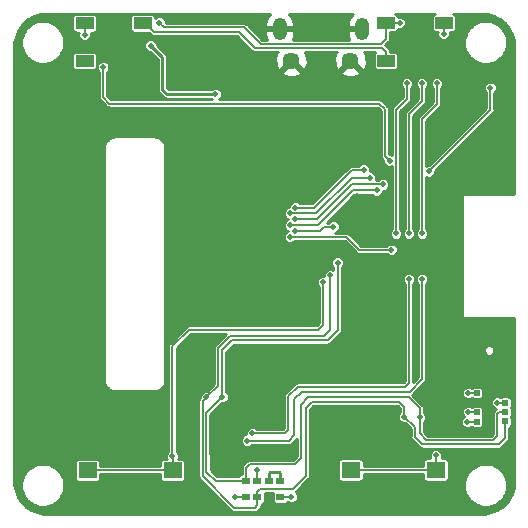
<source format=gbr>
G04 #@! TF.GenerationSoftware,KiCad,Pcbnew,(2018-02-05 revision d1a45d147)-makepkg*
G04 #@! TF.CreationDate,2020-01-13T12:48:58-08:00*
G04 #@! TF.ProjectId,badge,62616467652E6B696361645F70636200,rev?*
G04 #@! TF.SameCoordinates,Original*
G04 #@! TF.FileFunction,Copper,L1,Top,Signal*
G04 #@! TF.FilePolarity,Positive*
%FSLAX46Y46*%
G04 Gerber Fmt 4.6, Leading zero omitted, Abs format (unit mm)*
G04 Created by KiCad (PCBNEW (2018-02-05 revision d1a45d147)-makepkg) date 01/13/20 12:48:58*
%MOMM*%
%LPD*%
G01*
G04 APERTURE LIST*
%ADD10R,1.600000X1.400000*%
%ADD11R,0.718820X0.599440*%
%ADD12R,0.500000X0.500000*%
%ADD13R,1.500000X1.000000*%
%ADD14C,1.450000*%
%ADD15O,1.200000X1.900000*%
%ADD16C,0.508000*%
%ADD17C,0.152400*%
%ADD18C,0.254000*%
G04 APERTURE END LIST*
D10*
X134722400Y-114958600D03*
X127522400Y-114958600D03*
X134722400Y-117958600D03*
X127522400Y-117958600D03*
X112446600Y-114984000D03*
X105246600Y-114984000D03*
X112446600Y-117984000D03*
X105246600Y-117984000D03*
D11*
X118645920Y-115861700D03*
X119616200Y-115861700D03*
X120581400Y-115861700D03*
X121551680Y-115861700D03*
X121551680Y-117258700D03*
X120581400Y-117258700D03*
X119616200Y-117258700D03*
X118645920Y-117258700D03*
D12*
X140602800Y-108451400D03*
X140602800Y-109251400D03*
X140602800Y-110051400D03*
X140602800Y-110851400D03*
X138202800Y-110871400D03*
X138202800Y-110051400D03*
X138202800Y-109251400D03*
X138202800Y-108451400D03*
D13*
X135401200Y-80314200D03*
X135401200Y-77114200D03*
X130501200Y-80314200D03*
X130501200Y-77114200D03*
X109899600Y-80339600D03*
X109899600Y-77139600D03*
X104999600Y-80339600D03*
X104999600Y-77139600D03*
D14*
X122500000Y-80312500D03*
X127500000Y-80312500D03*
D15*
X121500000Y-77612500D03*
X128500000Y-77612500D03*
D16*
X122285000Y-100740000D03*
X138025000Y-104820000D03*
X140475000Y-104830000D03*
X139245000Y-103600000D03*
X139245000Y-106057400D03*
X137375000Y-111780000D03*
X115145000Y-116900000D03*
X117075000Y-113640000D03*
X115787600Y-113640000D03*
X114305000Y-113080000D03*
X114295000Y-112440000D03*
X111655000Y-109380000D03*
X111655000Y-110370000D03*
X111655000Y-111370000D03*
X111655000Y-112380000D03*
X126305000Y-81450000D03*
X132345000Y-78940000D03*
X124985000Y-118000000D03*
X126025000Y-116260000D03*
X126025000Y-114110000D03*
X130535000Y-107100000D03*
X129335000Y-107110000D03*
X140615000Y-107550000D03*
X140245000Y-90350000D03*
X122385000Y-102250000D03*
X122785000Y-99750000D03*
X122345000Y-99250000D03*
X122765000Y-98750000D03*
X122355000Y-98240000D03*
X122775000Y-97740000D03*
X122375000Y-97240000D03*
X122815000Y-96730000D03*
X122375000Y-96240000D03*
X122795879Y-95741043D03*
X122379524Y-92242470D03*
X136845000Y-91700000D03*
X136195000Y-95200000D03*
X136205000Y-98500000D03*
X136845000Y-101930000D03*
X135745000Y-101940000D03*
X134655000Y-101940000D03*
X128055000Y-101960000D03*
X129625000Y-99590000D03*
X130525000Y-95750000D03*
X128045000Y-91769800D03*
X131885000Y-88920000D03*
X116455000Y-87650000D03*
X116995000Y-84820000D03*
X120555000Y-80850000D03*
X115145000Y-79390000D03*
X114285000Y-79400000D03*
X115145000Y-78620000D03*
X114275000Y-78630000D03*
X114355000Y-77010000D03*
X112295000Y-79280000D03*
X103165000Y-80420000D03*
X103165000Y-83160000D03*
X102275000Y-81860000D03*
X112215000Y-85500000D03*
X111205000Y-85520000D03*
X110235000Y-85520000D03*
X115145800Y-80289000D03*
X110585000Y-79020000D03*
X116065000Y-83120000D03*
X125205000Y-99040000D03*
X112425000Y-113810000D03*
X134735000Y-113730000D03*
X137475000Y-110040000D03*
X137465000Y-108440000D03*
X122505000Y-117240000D03*
X122370238Y-95236107D03*
X130970000Y-96316400D03*
X122805344Y-94739304D03*
X126042400Y-94360600D03*
X122816600Y-92737540D03*
X128633200Y-89534600D03*
X122385234Y-93237595D03*
X129141200Y-90195000D03*
X122374640Y-94238680D03*
X129725400Y-91287200D03*
X122814589Y-93739377D03*
X130258800Y-90779200D03*
X132275000Y-82200000D03*
X131355000Y-94930000D03*
X133545000Y-82210000D03*
X132445000Y-94920000D03*
X134125000Y-89680000D03*
X139335000Y-82600000D03*
X134815000Y-82210000D03*
X133555000Y-94920000D03*
X135395000Y-78030000D03*
X106565000Y-80840000D03*
X130815000Y-88760000D03*
X132445000Y-98790000D03*
X119175000Y-111860000D03*
X119605000Y-115000000D03*
X118735000Y-112470000D03*
X133555000Y-98790000D03*
X125805000Y-98480000D03*
X132075000Y-110470000D03*
X115285000Y-108820000D03*
X126415000Y-97410000D03*
X133365000Y-110480000D03*
X116645000Y-108780000D03*
X117745000Y-117260000D03*
X137375000Y-110890000D03*
X139945000Y-109250000D03*
X111325000Y-77080000D03*
X131665000Y-77100000D03*
X104995000Y-78090000D03*
D17*
X140602800Y-107562200D02*
X140615000Y-107550000D01*
X140602800Y-108451400D02*
X140602800Y-107562200D01*
D18*
X111585000Y-80020000D02*
X111585000Y-82760000D01*
X110585000Y-79020000D02*
X111585000Y-80020000D01*
X111585000Y-82760000D02*
X111945000Y-83120000D01*
X111945000Y-83120000D02*
X114655000Y-83120000D01*
X114655000Y-83120000D02*
X116065000Y-83120000D01*
D17*
X125205000Y-99040000D02*
X125195000Y-99050000D01*
X125195000Y-99050000D02*
X125195000Y-102650000D01*
X125195000Y-102650000D02*
X124775000Y-103070000D01*
X124775000Y-103070000D02*
X113835000Y-103070000D01*
X113835000Y-103070000D02*
X112425000Y-104480000D01*
X112425000Y-104480000D02*
X112425000Y-113810000D01*
X112446600Y-113831600D02*
X112425000Y-113810000D01*
X112446600Y-114984000D02*
X112446600Y-113831600D01*
X105246600Y-114984000D02*
X112446600Y-114984000D01*
X134722400Y-114958600D02*
X133770000Y-114958600D01*
X133770000Y-114958600D02*
X127522400Y-114958600D01*
X134735000Y-113730000D02*
X134735000Y-114946000D01*
X134735000Y-114946000D02*
X134722400Y-114958600D01*
X137486400Y-110051400D02*
X137475000Y-110040000D01*
X138202800Y-110051400D02*
X137486400Y-110051400D01*
X137476400Y-108451400D02*
X137465000Y-108440000D01*
X138202800Y-108451400D02*
X137476400Y-108451400D01*
X122486300Y-117258700D02*
X122505000Y-117240000D01*
X121551680Y-117258700D02*
X122486300Y-117258700D01*
X122371031Y-95236900D02*
X127147300Y-95236900D01*
X122370238Y-95236107D02*
X122371031Y-95236900D01*
X127147300Y-95236900D02*
X128226800Y-96316400D01*
X128226800Y-96316400D02*
X130970000Y-96316400D01*
X124901696Y-94739304D02*
X125280400Y-94360600D01*
X122805344Y-94739304D02*
X124901696Y-94739304D01*
X125280400Y-94360600D02*
X126042400Y-94360600D01*
X124407460Y-92737540D02*
X127610400Y-89534600D01*
X122816600Y-92737540D02*
X124407460Y-92737540D01*
X127610400Y-89534600D02*
X128273990Y-89534600D01*
X128273990Y-89534600D02*
X128633200Y-89534600D01*
X124587405Y-93237595D02*
X127630000Y-90195000D01*
X122385234Y-93237595D02*
X124587405Y-93237595D01*
X127630000Y-90195000D02*
X129141200Y-90195000D01*
X124741920Y-94238680D02*
X127693400Y-91287200D01*
X122374640Y-94238680D02*
X124741920Y-94238680D01*
X127693400Y-91287200D02*
X129366190Y-91287200D01*
X129366190Y-91287200D02*
X129725400Y-91287200D01*
X124705623Y-93739377D02*
X127665800Y-90779200D01*
X122814589Y-93739377D02*
X124705623Y-93739377D01*
X127665800Y-90779200D02*
X130258800Y-90779200D01*
X132275000Y-83530000D02*
X132275000Y-82200000D01*
X131355000Y-84450000D02*
X132275000Y-83530000D01*
X131355000Y-94930000D02*
X131355000Y-84450000D01*
X132445000Y-84830000D02*
X133545000Y-83730000D01*
X132445000Y-94920000D02*
X132445000Y-84830000D01*
X133545000Y-83730000D02*
X133545000Y-82210000D01*
X139335000Y-82600000D02*
X139335000Y-84470000D01*
X134378999Y-89426001D02*
X134125000Y-89680000D01*
X139335000Y-84470000D02*
X134378999Y-89426001D01*
X134815000Y-83980000D02*
X134815000Y-82210000D01*
X133555000Y-85240000D02*
X134815000Y-83980000D01*
X133555000Y-94920000D02*
X133555000Y-85240000D01*
X135395000Y-78030000D02*
X135395000Y-77120400D01*
X135395000Y-77120400D02*
X135401200Y-77114200D01*
X106565000Y-83410000D02*
X107085000Y-83930000D01*
X106565000Y-80840000D02*
X106565000Y-83410000D01*
X107085000Y-83930000D02*
X129955000Y-83930000D01*
X129955000Y-83930000D02*
X130405000Y-84380000D01*
X130405000Y-84380000D02*
X130405000Y-88350000D01*
X130405000Y-88350000D02*
X130815000Y-88760000D01*
X132145000Y-107900000D02*
X132445000Y-107600000D01*
X122225000Y-111590000D02*
X122225000Y-108710000D01*
X123035000Y-107900000D02*
X132145000Y-107900000D01*
X121955000Y-111860000D02*
X122225000Y-111590000D01*
X122225000Y-108710000D02*
X123035000Y-107900000D01*
X132445000Y-107600000D02*
X132445000Y-105800000D01*
X119175000Y-111860000D02*
X121955000Y-111860000D01*
X132445000Y-105800000D02*
X132445000Y-98790000D01*
X119616200Y-115011200D02*
X119605000Y-115000000D01*
X119616200Y-115861700D02*
X119616200Y-115011200D01*
X122745000Y-112030000D02*
X122305000Y-112470000D01*
X122745000Y-108960000D02*
X122745000Y-112030000D01*
X123385000Y-108320000D02*
X122745000Y-108960000D01*
X132505000Y-108320000D02*
X123385000Y-108320000D01*
X119094210Y-112470000D02*
X118735000Y-112470000D01*
X133555000Y-98790000D02*
X133555000Y-107270000D01*
X133555000Y-107270000D02*
X132505000Y-108320000D01*
X122305000Y-112470000D02*
X119094210Y-112470000D01*
X123715000Y-109700000D02*
X124215000Y-109200000D01*
X123715000Y-115470000D02*
X123715000Y-109700000D01*
X131635000Y-109200000D02*
X132075000Y-109640000D01*
X122625000Y-116560000D02*
X123715000Y-115470000D01*
X119862780Y-116560000D02*
X122625000Y-116560000D01*
X119616200Y-117258700D02*
X119616200Y-116806580D01*
X119616200Y-116806580D02*
X119862780Y-116560000D01*
X124215000Y-109200000D02*
X131635000Y-109200000D01*
X132075000Y-109640000D02*
X132075000Y-110470000D01*
X140602800Y-112262200D02*
X140075000Y-112790000D01*
X140602800Y-110851400D02*
X140602800Y-112262200D01*
X140075000Y-112790000D02*
X133585000Y-112790000D01*
X133585000Y-112790000D02*
X132945000Y-112150000D01*
X132945000Y-112150000D02*
X132945000Y-111340000D01*
X132945000Y-111340000D02*
X132075000Y-110470000D01*
X125805000Y-103070000D02*
X125805000Y-98839210D01*
X116275000Y-104610000D02*
X117295000Y-103590000D01*
X125285000Y-103590000D02*
X125805000Y-103070000D01*
X117295000Y-103590000D02*
X125285000Y-103590000D01*
X115285000Y-108820000D02*
X116275000Y-107830000D01*
X116275000Y-107830000D02*
X116275000Y-104610000D01*
X125805000Y-98839210D02*
X125805000Y-98480000D01*
X114985000Y-109120000D02*
X114985000Y-115490000D01*
X115285000Y-108820000D02*
X114985000Y-109120000D01*
X114985000Y-115490000D02*
X117675000Y-118180000D01*
X117675000Y-118180000D02*
X119385000Y-118180000D01*
X119385000Y-118180000D02*
X119616200Y-117948800D01*
X119616200Y-117948800D02*
X119616200Y-117258700D01*
X123295000Y-109450000D02*
X123925000Y-108820000D01*
X123925000Y-108820000D02*
X132475000Y-108820000D01*
X123295000Y-113950000D02*
X123295000Y-109450000D01*
X118645920Y-115861700D02*
X118645920Y-114769080D01*
X122795000Y-114450000D02*
X123295000Y-113950000D01*
X118965000Y-114450000D02*
X122795000Y-114450000D01*
X118645920Y-114769080D02*
X118965000Y-114450000D01*
X132475000Y-108820000D02*
X133365000Y-109710000D01*
X133365000Y-109710000D02*
X133365000Y-110480000D01*
X139925000Y-110180000D02*
X140053600Y-110051400D01*
X139925000Y-112060000D02*
X139925000Y-110180000D01*
X139585000Y-112400000D02*
X139925000Y-112060000D01*
X133915000Y-112400000D02*
X139585000Y-112400000D01*
X133365000Y-110480000D02*
X133365000Y-111850000D01*
X133365000Y-111850000D02*
X133915000Y-112400000D01*
X140053600Y-110051400D02*
X140602800Y-110051400D01*
X116645000Y-104830000D02*
X117495000Y-103980000D01*
X116645000Y-108780000D02*
X116645000Y-104830000D01*
X117495000Y-103980000D02*
X125575000Y-103980000D01*
X125575000Y-103980000D02*
X126415000Y-103140000D01*
X126415000Y-103140000D02*
X126415000Y-97769210D01*
X126415000Y-97769210D02*
X126415000Y-97410000D01*
X116076700Y-115861700D02*
X115304999Y-115089999D01*
X118645920Y-115861700D02*
X116076700Y-115861700D01*
X115304999Y-115089999D02*
X115304999Y-113709999D01*
X115304999Y-113709999D02*
X115289810Y-113694810D01*
X115289810Y-113694810D02*
X115289810Y-110135190D01*
X115289810Y-110135190D02*
X116645000Y-108780000D01*
X117746300Y-117258700D02*
X117745000Y-117260000D01*
X118645920Y-117258700D02*
X117746300Y-117258700D01*
X137393600Y-110871400D02*
X137375000Y-110890000D01*
X138202800Y-110871400D02*
X137393600Y-110871400D01*
X139945000Y-109250000D02*
X140601400Y-109250000D01*
X140601400Y-109250000D02*
X140602800Y-109251400D01*
X130501200Y-78443800D02*
X130075000Y-78870000D01*
X130501200Y-77114200D02*
X130501200Y-78443800D01*
X130075000Y-78870000D02*
X119905000Y-78870000D01*
X119905000Y-78870000D02*
X118527601Y-77492601D01*
X118527601Y-77492601D02*
X111737601Y-77492601D01*
X111737601Y-77492601D02*
X111325000Y-77080000D01*
X131650800Y-77114200D02*
X131665000Y-77100000D01*
X130501200Y-77114200D02*
X131650800Y-77114200D01*
X104999600Y-78085400D02*
X104995000Y-78090000D01*
X104999600Y-77139600D02*
X104999600Y-78085400D01*
X130501200Y-77114200D02*
X130219200Y-77114200D01*
X105265400Y-77139600D02*
X104999600Y-77139600D01*
D18*
X120581400Y-115233600D02*
X120715000Y-115100000D01*
X120581400Y-115861700D02*
X120581400Y-115233600D01*
X120715000Y-115100000D02*
X121415000Y-115100000D01*
X121415000Y-115100000D02*
X121551680Y-115236680D01*
X121551680Y-115236680D02*
X121551680Y-115861700D01*
D17*
X110875000Y-77890000D02*
X110124600Y-77139600D01*
X118045000Y-77890000D02*
X110875000Y-77890000D01*
X119395000Y-79240000D02*
X118045000Y-77890000D01*
X130205000Y-79240000D02*
X119395000Y-79240000D01*
X110124600Y-77139600D02*
X109899600Y-77139600D01*
X130501200Y-80314200D02*
X130501200Y-79536200D01*
X130501200Y-79536200D02*
X130205000Y-79240000D01*
D18*
G36*
X120407610Y-76672553D02*
X120265000Y-77135500D01*
X120265000Y-77485500D01*
X121373000Y-77485500D01*
X121373000Y-77465500D01*
X121627000Y-77465500D01*
X121627000Y-77485500D01*
X122735000Y-77485500D01*
X122735000Y-77135500D01*
X122592390Y-76672553D01*
X122313557Y-76335757D01*
X127686443Y-76335757D01*
X127407610Y-76672553D01*
X127265000Y-77135500D01*
X127265000Y-77485500D01*
X128373000Y-77485500D01*
X128373000Y-77465500D01*
X128627000Y-77465500D01*
X128627000Y-77485500D01*
X128647000Y-77485500D01*
X128647000Y-77739500D01*
X128627000Y-77739500D01*
X128627000Y-77759500D01*
X128373000Y-77759500D01*
X128373000Y-77739500D01*
X127265000Y-77739500D01*
X127265000Y-78089500D01*
X127395890Y-78514400D01*
X122604110Y-78514400D01*
X122735000Y-78089500D01*
X122735000Y-77739500D01*
X121627000Y-77739500D01*
X121627000Y-77759500D01*
X121373000Y-77759500D01*
X121373000Y-77739500D01*
X120265000Y-77739500D01*
X120265000Y-78089500D01*
X120395890Y-78514400D01*
X120052294Y-78514400D01*
X118803812Y-77265918D01*
X118783974Y-77236228D01*
X118666349Y-77157634D01*
X118562621Y-77137001D01*
X118527601Y-77130035D01*
X118492581Y-77137001D01*
X111884896Y-77137001D01*
X111858400Y-77110505D01*
X111858400Y-76973900D01*
X111777195Y-76777853D01*
X111627147Y-76627805D01*
X111431100Y-76546600D01*
X111218900Y-76546600D01*
X111022853Y-76627805D01*
X110934473Y-76716185D01*
X110934473Y-76639600D01*
X110912788Y-76530584D01*
X110851036Y-76438164D01*
X110758616Y-76376412D01*
X110649600Y-76354727D01*
X109149600Y-76354727D01*
X109040584Y-76376412D01*
X108948164Y-76438164D01*
X108886412Y-76530584D01*
X108864727Y-76639600D01*
X108864727Y-77639600D01*
X108886412Y-77748616D01*
X108948164Y-77841036D01*
X109040584Y-77902788D01*
X109149600Y-77924473D01*
X110406578Y-77924473D01*
X110598791Y-78116686D01*
X110618627Y-78146373D01*
X110648314Y-78166209D01*
X110648315Y-78166210D01*
X110736252Y-78224967D01*
X110875000Y-78252566D01*
X110910020Y-78245600D01*
X117897706Y-78245600D01*
X119118789Y-79466683D01*
X119138627Y-79496373D01*
X119256252Y-79574967D01*
X119359980Y-79595600D01*
X119359984Y-79595600D01*
X119394999Y-79602565D01*
X119430014Y-79595600D01*
X121337702Y-79595600D01*
X121308247Y-79603622D01*
X121127688Y-80113646D01*
X121156051Y-80653944D01*
X121308247Y-81021378D01*
X121546602Y-81086293D01*
X122320395Y-80312500D01*
X122306253Y-80298358D01*
X122485858Y-80118753D01*
X122500000Y-80132895D01*
X122514143Y-80118753D01*
X122693748Y-80298358D01*
X122679605Y-80312500D01*
X123453398Y-81086293D01*
X123691753Y-81021378D01*
X123872312Y-80511354D01*
X123843949Y-79971056D01*
X123691753Y-79603622D01*
X123662298Y-79595600D01*
X126337702Y-79595600D01*
X126308247Y-79603622D01*
X126127688Y-80113646D01*
X126156051Y-80653944D01*
X126308247Y-81021378D01*
X126546602Y-81086293D01*
X127320395Y-80312500D01*
X127306253Y-80298358D01*
X127485858Y-80118753D01*
X127500000Y-80132895D01*
X127514143Y-80118753D01*
X127693748Y-80298358D01*
X127679605Y-80312500D01*
X128453398Y-81086293D01*
X128691753Y-81021378D01*
X128872312Y-80511354D01*
X128843949Y-79971056D01*
X128691753Y-79603622D01*
X128662298Y-79595600D01*
X129575452Y-79595600D01*
X129549764Y-79612764D01*
X129488012Y-79705184D01*
X129466327Y-79814200D01*
X129466327Y-80814200D01*
X129488012Y-80923216D01*
X129549764Y-81015636D01*
X129642184Y-81077388D01*
X129751200Y-81099073D01*
X131251200Y-81099073D01*
X131360216Y-81077388D01*
X131452636Y-81015636D01*
X131514388Y-80923216D01*
X131536073Y-80814200D01*
X131536073Y-79814200D01*
X131514388Y-79705184D01*
X131452636Y-79612764D01*
X131360216Y-79551012D01*
X131251200Y-79529327D01*
X130862399Y-79529327D01*
X130836167Y-79397452D01*
X130777410Y-79309515D01*
X130777409Y-79309514D01*
X130757573Y-79279827D01*
X130727885Y-79259990D01*
X130481211Y-79013317D01*
X130462532Y-78985362D01*
X130691719Y-78756175D01*
X137109805Y-78756175D01*
X137110574Y-78763959D01*
X137110178Y-78771772D01*
X137113760Y-78796186D01*
X137135616Y-79017316D01*
X137135613Y-79017327D01*
X137141690Y-79078769D01*
X137145251Y-79114792D01*
X137145255Y-79114805D01*
X137145256Y-79114816D01*
X137154348Y-79144742D01*
X137173721Y-79208529D01*
X137173729Y-79208538D01*
X137239770Y-79425922D01*
X137249083Y-79456682D01*
X137249156Y-79456819D01*
X137249201Y-79456967D01*
X137264292Y-79485171D01*
X137371357Y-79685729D01*
X137371358Y-79685739D01*
X137395302Y-79730584D01*
X137417485Y-79772137D01*
X137417493Y-79772147D01*
X137417499Y-79772158D01*
X137440702Y-79800457D01*
X137479594Y-79847898D01*
X137479604Y-79847903D01*
X137583970Y-79975192D01*
X137584016Y-79975344D01*
X137625566Y-80025924D01*
X137645984Y-80050827D01*
X137646103Y-80050924D01*
X137646200Y-80051043D01*
X137670975Y-80071356D01*
X137721682Y-80113011D01*
X137721835Y-80113057D01*
X137849123Y-80217424D01*
X137849129Y-80217434D01*
X137890338Y-80251217D01*
X137924868Y-80279528D01*
X137924885Y-80279537D01*
X137924891Y-80279542D01*
X137943097Y-80289261D01*
X138011287Y-80325669D01*
X138011301Y-80325670D01*
X138211532Y-80432560D01*
X138240061Y-80447825D01*
X138240212Y-80447871D01*
X138240347Y-80447943D01*
X138270783Y-80457158D01*
X138488492Y-80523298D01*
X138488500Y-80523305D01*
X138544779Y-80540398D01*
X138582211Y-80551770D01*
X138582225Y-80551771D01*
X138582237Y-80551775D01*
X138614437Y-80554958D01*
X138679700Y-80561413D01*
X138679712Y-80561409D01*
X138843485Y-80577596D01*
X138843589Y-80577652D01*
X138908465Y-80584019D01*
X138940853Y-80587220D01*
X138940968Y-80587209D01*
X138941084Y-80587220D01*
X138973599Y-80584006D01*
X139038350Y-80577651D01*
X139038454Y-80577596D01*
X139202225Y-80561408D01*
X139202236Y-80561411D01*
X139263512Y-80555350D01*
X139299700Y-80551773D01*
X139299712Y-80551769D01*
X139299725Y-80551768D01*
X139335031Y-80541042D01*
X139393437Y-80523302D01*
X139393445Y-80523295D01*
X139610701Y-80457291D01*
X139641588Y-80447940D01*
X139641728Y-80447865D01*
X139641874Y-80447821D01*
X139669806Y-80432876D01*
X139870633Y-80325666D01*
X139870643Y-80325665D01*
X139923382Y-80297506D01*
X139957042Y-80279537D01*
X139957052Y-80279529D01*
X139957061Y-80279524D01*
X139978473Y-80261968D01*
X140032803Y-80217429D01*
X140032809Y-80217417D01*
X140160097Y-80113053D01*
X140160248Y-80113007D01*
X140210641Y-80071611D01*
X140235731Y-80051040D01*
X140235829Y-80050921D01*
X140235948Y-80050823D01*
X140256350Y-80025940D01*
X140297914Y-79975342D01*
X140297960Y-79975189D01*
X140402325Y-79847900D01*
X140402335Y-79847895D01*
X140440443Y-79801410D01*
X140464430Y-79772154D01*
X140464436Y-79772142D01*
X140464443Y-79772134D01*
X140479075Y-79744724D01*
X140510571Y-79685735D01*
X140510572Y-79685723D01*
X140617531Y-79485365D01*
X140632726Y-79456964D01*
X140632771Y-79456816D01*
X140632844Y-79456679D01*
X140642160Y-79425911D01*
X140708198Y-79208537D01*
X140708205Y-79208528D01*
X140727066Y-79146429D01*
X140736670Y-79114816D01*
X140736671Y-79114803D01*
X140736675Y-79114791D01*
X140740177Y-79079363D01*
X140746313Y-79017326D01*
X140746310Y-79017315D01*
X140768166Y-78796185D01*
X140771748Y-78771772D01*
X140771352Y-78763959D01*
X140772121Y-78756176D01*
X140769711Y-78731622D01*
X140763122Y-78601719D01*
X140763869Y-78585010D01*
X140761482Y-78569393D01*
X140760682Y-78553621D01*
X140756594Y-78537409D01*
X140737370Y-78411637D01*
X140734783Y-78387051D01*
X140732479Y-78379634D01*
X140731305Y-78371953D01*
X140722871Y-78348706D01*
X140634746Y-78065019D01*
X140628088Y-78043582D01*
X140628084Y-78043575D01*
X140628081Y-78043565D01*
X140613068Y-78015923D01*
X140474603Y-77760938D01*
X140459491Y-77732855D01*
X140459087Y-77732366D01*
X140458787Y-77731813D01*
X140438585Y-77707526D01*
X140256178Y-77486527D01*
X140236229Y-77462098D01*
X140235557Y-77461543D01*
X140235000Y-77460869D01*
X140210518Y-77440892D01*
X139989646Y-77258715D01*
X139965207Y-77238401D01*
X139964652Y-77238100D01*
X139964166Y-77237699D01*
X139936230Y-77222678D01*
X139679707Y-77083492D01*
X139653400Y-77069216D01*
X139653390Y-77069213D01*
X139653381Y-77069208D01*
X139623202Y-77059846D01*
X139348214Y-76974524D01*
X139324976Y-76966103D01*
X139317300Y-76964932D01*
X139309876Y-76962629D01*
X139285273Y-76960048D01*
X139159520Y-76940872D01*
X139143299Y-76936787D01*
X139127520Y-76935992D01*
X139111907Y-76933611D01*
X139095202Y-76934364D01*
X138981603Y-76928640D01*
X138973410Y-76927010D01*
X138965056Y-76927010D01*
X138956794Y-76925795D01*
X138940968Y-76926592D01*
X138925144Y-76925795D01*
X138916882Y-76927010D01*
X138908526Y-76927010D01*
X138900334Y-76928640D01*
X138786735Y-76934363D01*
X138770029Y-76933610D01*
X138754413Y-76935991D01*
X138738639Y-76936786D01*
X138722423Y-76940869D01*
X138596645Y-76960049D01*
X138572059Y-76962628D01*
X138564641Y-76964930D01*
X138556959Y-76966101D01*
X138533708Y-76974527D01*
X138264885Y-77057934D01*
X138228552Y-77069204D01*
X138228540Y-77069210D01*
X138228535Y-77069212D01*
X138213563Y-77077337D01*
X137945871Y-77222583D01*
X137917765Y-77237695D01*
X137917275Y-77238099D01*
X137916724Y-77238398D01*
X137892417Y-77258602D01*
X137671354Y-77440934D01*
X137646930Y-77460865D01*
X137646376Y-77461536D01*
X137645701Y-77462093D01*
X137625732Y-77486548D01*
X137443388Y-77707470D01*
X137423142Y-77731810D01*
X137422842Y-77732363D01*
X137422438Y-77732852D01*
X137407347Y-77760897D01*
X137268426Y-78016718D01*
X137253847Y-78043562D01*
X137253845Y-78043567D01*
X137253839Y-78043579D01*
X137242940Y-78078674D01*
X137159057Y-78348699D01*
X137150621Y-78371952D01*
X137149447Y-78379635D01*
X137147143Y-78387051D01*
X137144556Y-78411635D01*
X137125332Y-78537408D01*
X137121244Y-78553621D01*
X137120444Y-78569393D01*
X137118057Y-78585010D01*
X137118804Y-78601719D01*
X137112215Y-78731620D01*
X137109805Y-78756175D01*
X130691719Y-78756175D01*
X130727885Y-78720009D01*
X130757573Y-78700173D01*
X130778684Y-78668579D01*
X130836167Y-78582548D01*
X130863766Y-78443800D01*
X130856800Y-78408780D01*
X130856800Y-77899073D01*
X131251200Y-77899073D01*
X131360216Y-77877388D01*
X131452636Y-77815636D01*
X131514388Y-77723216D01*
X131534282Y-77623203D01*
X131558900Y-77633400D01*
X131771100Y-77633400D01*
X131967147Y-77552195D01*
X132117195Y-77402147D01*
X132198400Y-77206100D01*
X132198400Y-76993900D01*
X132117195Y-76797853D01*
X131967147Y-76647805D01*
X131771100Y-76566600D01*
X131558900Y-76566600D01*
X131529063Y-76578959D01*
X131514388Y-76505184D01*
X131452636Y-76412764D01*
X131360216Y-76351012D01*
X131283525Y-76335757D01*
X134618875Y-76335757D01*
X134542184Y-76351012D01*
X134449764Y-76412764D01*
X134388012Y-76505184D01*
X134366327Y-76614200D01*
X134366327Y-77614200D01*
X134388012Y-77723216D01*
X134449764Y-77815636D01*
X134542184Y-77877388D01*
X134651200Y-77899073D01*
X134871884Y-77899073D01*
X134861600Y-77923900D01*
X134861600Y-78136100D01*
X134942805Y-78332147D01*
X135092853Y-78482195D01*
X135288900Y-78563400D01*
X135501100Y-78563400D01*
X135697147Y-78482195D01*
X135847195Y-78332147D01*
X135928400Y-78136100D01*
X135928400Y-77923900D01*
X135918116Y-77899073D01*
X136151200Y-77899073D01*
X136260216Y-77877388D01*
X136352636Y-77815636D01*
X136414388Y-77723216D01*
X136436073Y-77614200D01*
X136436073Y-76614200D01*
X136414388Y-76505184D01*
X136352636Y-76412764D01*
X136260216Y-76351012D01*
X136183525Y-76335757D01*
X138611284Y-76335757D01*
X138901396Y-76350309D01*
X139174327Y-76391728D01*
X139437332Y-76459031D01*
X139689227Y-76550871D01*
X139928768Y-76665920D01*
X140154663Y-76802864D01*
X140365537Y-76960354D01*
X140560008Y-77137026D01*
X140736673Y-77331490D01*
X140894164Y-77542367D01*
X141031106Y-77768260D01*
X141146155Y-78007801D01*
X141237994Y-78259694D01*
X141305297Y-78522700D01*
X141346716Y-78795630D01*
X141361269Y-79085762D01*
X141361269Y-91613000D01*
X137095000Y-91613000D01*
X137046399Y-91622667D01*
X137005197Y-91650197D01*
X136977667Y-91691399D01*
X136968000Y-91740000D01*
X136968000Y-101970000D01*
X136977667Y-102018601D01*
X137005197Y-102059803D01*
X137046399Y-102087333D01*
X137095000Y-102097000D01*
X141361268Y-102097000D01*
X141361268Y-115926417D01*
X141346716Y-116216533D01*
X141305297Y-116489487D01*
X141237993Y-116752516D01*
X141146148Y-117004455D01*
X141031094Y-117244042D01*
X140894148Y-117469980D01*
X140736649Y-117680911D01*
X140559982Y-117875418D01*
X140365505Y-118052140D01*
X140154634Y-118209668D01*
X139928733Y-118346655D01*
X139689193Y-118461739D01*
X139437303Y-118553606D01*
X139174309Y-118620930D01*
X138901380Y-118662362D01*
X138611283Y-118676919D01*
X101770608Y-118676919D01*
X101480508Y-118662362D01*
X101207554Y-118620928D01*
X100944533Y-118553603D01*
X100692605Y-118461734D01*
X100453020Y-118346644D01*
X100227082Y-118209659D01*
X100016157Y-118052124D01*
X99821635Y-117875400D01*
X99644910Y-117680877D01*
X99487370Y-117469948D01*
X99350384Y-117244008D01*
X99235295Y-117004422D01*
X99143423Y-116752487D01*
X99076100Y-116489472D01*
X99040657Y-116255982D01*
X99609769Y-116255982D01*
X99609780Y-116256097D01*
X99609769Y-116256212D01*
X99612940Y-116288298D01*
X99619337Y-116353478D01*
X99619393Y-116353583D01*
X99635580Y-116517353D01*
X99635577Y-116517364D01*
X99640854Y-116570708D01*
X99645215Y-116614829D01*
X99645219Y-116614842D01*
X99645220Y-116614852D01*
X99651557Y-116635710D01*
X99673685Y-116708566D01*
X99673693Y-116708575D01*
X99739796Y-116926166D01*
X99749046Y-116956717D01*
X99749118Y-116956852D01*
X99749164Y-116957003D01*
X99764475Y-116985619D01*
X99871319Y-117185765D01*
X99871320Y-117185776D01*
X99900271Y-117240000D01*
X99917447Y-117272174D01*
X99917455Y-117272184D01*
X99917461Y-117272195D01*
X99935109Y-117293719D01*
X99979555Y-117347935D01*
X99979566Y-117347941D01*
X100083932Y-117475230D01*
X100083978Y-117475380D01*
X100125741Y-117526221D01*
X100145946Y-117550864D01*
X100146062Y-117550959D01*
X100146161Y-117551080D01*
X100171464Y-117571826D01*
X100221644Y-117613048D01*
X100221795Y-117613094D01*
X100349085Y-117717461D01*
X100349090Y-117717470D01*
X100390212Y-117751182D01*
X100424829Y-117779565D01*
X100424843Y-117779573D01*
X100424851Y-117779579D01*
X100449051Y-117792498D01*
X100511247Y-117825706D01*
X100511260Y-117825707D01*
X100712521Y-117933148D01*
X100740021Y-117947862D01*
X100740165Y-117947906D01*
X100740306Y-117947981D01*
X100771898Y-117957546D01*
X100988450Y-118023336D01*
X100988459Y-118023343D01*
X101046494Y-118040970D01*
X101082170Y-118051808D01*
X101082184Y-118051809D01*
X101082196Y-118051813D01*
X101116106Y-118055165D01*
X101179660Y-118061451D01*
X101179671Y-118061448D01*
X101343442Y-118077635D01*
X101343547Y-118077691D01*
X101408599Y-118084075D01*
X101440812Y-118087259D01*
X101440928Y-118087248D01*
X101441043Y-118087259D01*
X101473222Y-118084078D01*
X101538309Y-118077691D01*
X101538414Y-118077635D01*
X101702185Y-118061448D01*
X101702196Y-118061451D01*
X101764131Y-118055325D01*
X101799660Y-118051813D01*
X101799673Y-118051809D01*
X101799684Y-118051808D01*
X101829267Y-118042821D01*
X101893397Y-118023343D01*
X101893407Y-118023335D01*
X102110816Y-117957286D01*
X102141549Y-117947981D01*
X102141686Y-117947908D01*
X102141834Y-117947863D01*
X102169998Y-117932794D01*
X102370597Y-117825707D01*
X102370607Y-117825706D01*
X102424289Y-117797044D01*
X102457005Y-117779579D01*
X102457015Y-117779571D01*
X102457026Y-117779565D01*
X102485325Y-117756362D01*
X102532766Y-117717470D01*
X102532771Y-117717460D01*
X102660061Y-117613094D01*
X102660211Y-117613048D01*
X102710262Y-117571933D01*
X102735695Y-117551080D01*
X102735794Y-117550959D01*
X102735910Y-117550864D01*
X102756010Y-117526349D01*
X102797878Y-117475381D01*
X102797924Y-117475230D01*
X102902291Y-117347941D01*
X102902301Y-117347935D01*
X102936084Y-117306726D01*
X102964395Y-117272196D01*
X102964404Y-117272179D01*
X102964409Y-117272173D01*
X102978461Y-117245851D01*
X103010536Y-117185777D01*
X103010537Y-117185763D01*
X103117360Y-116985659D01*
X103132692Y-116957003D01*
X103132738Y-116956852D01*
X103132810Y-116956717D01*
X103142052Y-116926193D01*
X103208164Y-116708575D01*
X103208171Y-116708566D01*
X103230003Y-116636686D01*
X103236636Y-116614853D01*
X103236637Y-116614842D01*
X103236641Y-116614829D01*
X103240215Y-116578669D01*
X103246279Y-116517364D01*
X103246276Y-116517353D01*
X103262463Y-116353583D01*
X103262519Y-116353478D01*
X103268894Y-116288519D01*
X103272087Y-116256213D01*
X103272076Y-116256097D01*
X103272087Y-116255981D01*
X103268894Y-116223675D01*
X103262519Y-116158716D01*
X103262463Y-116158611D01*
X103246276Y-115994840D01*
X103246279Y-115994829D01*
X103239226Y-115923519D01*
X103236641Y-115897365D01*
X103236637Y-115897353D01*
X103236636Y-115897339D01*
X103225303Y-115860036D01*
X103208171Y-115803628D01*
X103208164Y-115803619D01*
X103142285Y-115586772D01*
X103132809Y-115555476D01*
X103132734Y-115555336D01*
X103132690Y-115555190D01*
X103117779Y-115527321D01*
X103010536Y-115326430D01*
X103010535Y-115326419D01*
X102981575Y-115272179D01*
X102964408Y-115240021D01*
X102964400Y-115240011D01*
X102964394Y-115240000D01*
X102940260Y-115210565D01*
X102902300Y-115164260D01*
X102902290Y-115164254D01*
X102797924Y-115036965D01*
X102797878Y-115036813D01*
X102756616Y-114986584D01*
X102735911Y-114961331D01*
X102735789Y-114961231D01*
X102735694Y-114961115D01*
X102710677Y-114940603D01*
X102660211Y-114899148D01*
X102660061Y-114899102D01*
X102532770Y-114794735D01*
X102532765Y-114794725D01*
X102484097Y-114754827D01*
X102457025Y-114732630D01*
X102457014Y-114732624D01*
X102457004Y-114732616D01*
X102425461Y-114715777D01*
X102370606Y-114686489D01*
X102370595Y-114686488D01*
X102170363Y-114579598D01*
X102141834Y-114564333D01*
X102141683Y-114564287D01*
X102141548Y-114564215D01*
X102111112Y-114555000D01*
X101893407Y-114488861D01*
X101893397Y-114488853D01*
X101829267Y-114469375D01*
X101799684Y-114460388D01*
X101799673Y-114460387D01*
X101799660Y-114460383D01*
X101764131Y-114456871D01*
X101702196Y-114450745D01*
X101702185Y-114450748D01*
X101538414Y-114434561D01*
X101538309Y-114434505D01*
X101489268Y-114429692D01*
X101473370Y-114426530D01*
X101457160Y-114426530D01*
X101441043Y-114424937D01*
X101440928Y-114424948D01*
X101440812Y-114424937D01*
X101424695Y-114426530D01*
X101408486Y-114426530D01*
X101392588Y-114429692D01*
X101343547Y-114434505D01*
X101343442Y-114434561D01*
X101179671Y-114450748D01*
X101179660Y-114450745D01*
X101116106Y-114457031D01*
X101082196Y-114460383D01*
X101082184Y-114460387D01*
X101082170Y-114460388D01*
X101046494Y-114471226D01*
X100988459Y-114488853D01*
X100988450Y-114488860D01*
X100771603Y-114554739D01*
X100740307Y-114564215D01*
X100740167Y-114564290D01*
X100740021Y-114564334D01*
X100712152Y-114579245D01*
X100511261Y-114686488D01*
X100511249Y-114686489D01*
X100453767Y-114717180D01*
X100424852Y-114732616D01*
X100424844Y-114732622D01*
X100424830Y-114732630D01*
X100397758Y-114754827D01*
X100349091Y-114794724D01*
X100349085Y-114794734D01*
X100221796Y-114899102D01*
X100221643Y-114899148D01*
X100170618Y-114941063D01*
X100146162Y-114961115D01*
X100146067Y-114961231D01*
X100145945Y-114961331D01*
X100125085Y-114986772D01*
X100083978Y-115036814D01*
X100083932Y-115036965D01*
X99979565Y-115164256D01*
X99979557Y-115164260D01*
X99946708Y-115204330D01*
X99917461Y-115240001D01*
X99917455Y-115240013D01*
X99917448Y-115240021D01*
X99903425Y-115266290D01*
X99871320Y-115326420D01*
X99871319Y-115326432D01*
X99764464Y-115526597D01*
X99749165Y-115555191D01*
X99749119Y-115555342D01*
X99749047Y-115555477D01*
X99739832Y-115585913D01*
X99673693Y-115803618D01*
X99673685Y-115803628D01*
X99654824Y-115865728D01*
X99645220Y-115897341D01*
X99645219Y-115897352D01*
X99645215Y-115897365D01*
X99641703Y-115932894D01*
X99635577Y-115994829D01*
X99635580Y-115994840D01*
X99619393Y-116158611D01*
X99619337Y-116158716D01*
X99612940Y-116223896D01*
X99609769Y-116255982D01*
X99040657Y-116255982D01*
X99034666Y-116216517D01*
X99020109Y-115926416D01*
X99020109Y-114284000D01*
X104161727Y-114284000D01*
X104161727Y-115684000D01*
X104183412Y-115793016D01*
X104245164Y-115885436D01*
X104337584Y-115947188D01*
X104446600Y-115968873D01*
X106046600Y-115968873D01*
X106155616Y-115947188D01*
X106248036Y-115885436D01*
X106309788Y-115793016D01*
X106331473Y-115684000D01*
X106331473Y-115339600D01*
X111361727Y-115339600D01*
X111361727Y-115684000D01*
X111383412Y-115793016D01*
X111445164Y-115885436D01*
X111537584Y-115947188D01*
X111646600Y-115968873D01*
X113246600Y-115968873D01*
X113355616Y-115947188D01*
X113448036Y-115885436D01*
X113509788Y-115793016D01*
X113531473Y-115684000D01*
X113531473Y-114284000D01*
X113509788Y-114174984D01*
X113448036Y-114082564D01*
X113355616Y-114020812D01*
X113246600Y-113999127D01*
X112924009Y-113999127D01*
X112958400Y-113916100D01*
X112958400Y-113703900D01*
X112877195Y-113507853D01*
X112780600Y-113411258D01*
X112780600Y-104627294D01*
X113982294Y-103425600D01*
X116956505Y-103425600D01*
X116048315Y-104333791D01*
X116018628Y-104353627D01*
X115998792Y-104383314D01*
X115998790Y-104383316D01*
X115940033Y-104471253D01*
X115912434Y-104610000D01*
X115919401Y-104645025D01*
X115919400Y-107682706D01*
X115315506Y-108286600D01*
X115178900Y-108286600D01*
X114982853Y-108367805D01*
X114832805Y-108517853D01*
X114751600Y-108713900D01*
X114751600Y-108848278D01*
X114728627Y-108863628D01*
X114708791Y-108893315D01*
X114708790Y-108893316D01*
X114650033Y-108981253D01*
X114622434Y-109120000D01*
X114629400Y-109155020D01*
X114629401Y-115454975D01*
X114622434Y-115490000D01*
X114650033Y-115628747D01*
X114708790Y-115716684D01*
X114708792Y-115716686D01*
X114728628Y-115746373D01*
X114758315Y-115766209D01*
X117398789Y-118406683D01*
X117418627Y-118436373D01*
X117536252Y-118514967D01*
X117639980Y-118535600D01*
X117639984Y-118535600D01*
X117674999Y-118542565D01*
X117710014Y-118535600D01*
X119349980Y-118535600D01*
X119385000Y-118542566D01*
X119420020Y-118535600D01*
X119523748Y-118514967D01*
X119641373Y-118436373D01*
X119661211Y-118406683D01*
X119842885Y-118225009D01*
X119872572Y-118205173D01*
X119951167Y-118087548D01*
X119971800Y-117983820D01*
X119971800Y-117983819D01*
X119978766Y-117948801D01*
X119971800Y-117913782D01*
X119971800Y-117843293D01*
X119975610Y-117843293D01*
X120084626Y-117821608D01*
X120177046Y-117759856D01*
X120238798Y-117667436D01*
X120260483Y-117558420D01*
X120260483Y-116958980D01*
X120251854Y-116915600D01*
X120916026Y-116915600D01*
X120907397Y-116958980D01*
X120907397Y-117558420D01*
X120929082Y-117667436D01*
X120990834Y-117759856D01*
X121083254Y-117821608D01*
X121192270Y-117843293D01*
X121911090Y-117843293D01*
X122020106Y-117821608D01*
X122112526Y-117759856D01*
X122174278Y-117667436D01*
X122174911Y-117664253D01*
X122202853Y-117692195D01*
X122398900Y-117773400D01*
X122611100Y-117773400D01*
X122807147Y-117692195D01*
X122957195Y-117542147D01*
X123038400Y-117346100D01*
X123038400Y-117133900D01*
X122957195Y-116937853D01*
X122854003Y-116834661D01*
X122881373Y-116816373D01*
X122901211Y-116786683D01*
X123431912Y-116255982D01*
X137109805Y-116255982D01*
X137109816Y-116256097D01*
X137109805Y-116256212D01*
X137112976Y-116288298D01*
X137119373Y-116353478D01*
X137119429Y-116353583D01*
X137135616Y-116517352D01*
X137135613Y-116517363D01*
X137140890Y-116570708D01*
X137145251Y-116614829D01*
X137145255Y-116614842D01*
X137145256Y-116614852D01*
X137151593Y-116635710D01*
X137173721Y-116708566D01*
X137173729Y-116708575D01*
X137239651Y-116925572D01*
X137249082Y-116956719D01*
X137249156Y-116956857D01*
X137249200Y-116957003D01*
X137264176Y-116984994D01*
X137371355Y-117185764D01*
X137371356Y-117185776D01*
X137402851Y-117244764D01*
X137417484Y-117272175D01*
X137417491Y-117272183D01*
X137417497Y-117272195D01*
X137441631Y-117301630D01*
X137479593Y-117347936D01*
X137479601Y-117347941D01*
X137583969Y-117475232D01*
X137584015Y-117475383D01*
X137625114Y-117525414D01*
X137645982Y-117550866D01*
X137646104Y-117550966D01*
X137646199Y-117551082D01*
X137670618Y-117571103D01*
X137721681Y-117613050D01*
X137721834Y-117613096D01*
X137849124Y-117717464D01*
X137849129Y-117717473D01*
X137891796Y-117752452D01*
X137924867Y-117779567D01*
X137924880Y-117779574D01*
X137924890Y-117779582D01*
X137950775Y-117793400D01*
X138011286Y-117825708D01*
X138011298Y-117825709D01*
X138212393Y-117933060D01*
X138240061Y-117947864D01*
X138240207Y-117947908D01*
X138240347Y-117947983D01*
X138271437Y-117957396D01*
X138488492Y-118023337D01*
X138488500Y-118023344D01*
X138544779Y-118040437D01*
X138582211Y-118051809D01*
X138582225Y-118051810D01*
X138582237Y-118051814D01*
X138614437Y-118054997D01*
X138679700Y-118061452D01*
X138679712Y-118061448D01*
X138843485Y-118077635D01*
X138843589Y-118077691D01*
X138908465Y-118084058D01*
X138940853Y-118087259D01*
X138940968Y-118087248D01*
X138941084Y-118087259D01*
X138973599Y-118084045D01*
X139038350Y-118077690D01*
X139038454Y-118077635D01*
X139202225Y-118061447D01*
X139202236Y-118061450D01*
X139263512Y-118055389D01*
X139299700Y-118051812D01*
X139299712Y-118051808D01*
X139299725Y-118051807D01*
X139335031Y-118041081D01*
X139393437Y-118023341D01*
X139393445Y-118023334D01*
X139610676Y-117957338D01*
X139641587Y-117947979D01*
X139641725Y-117947905D01*
X139641874Y-117947860D01*
X139670134Y-117932740D01*
X139870634Y-117825705D01*
X139870645Y-117825704D01*
X139931148Y-117793400D01*
X139957042Y-117779577D01*
X139957050Y-117779571D01*
X139957064Y-117779563D01*
X139990647Y-117752028D01*
X140032803Y-117717468D01*
X140032808Y-117717459D01*
X140160099Y-117613090D01*
X140160247Y-117613045D01*
X140210442Y-117571813D01*
X140235732Y-117551077D01*
X140235829Y-117550959D01*
X140235947Y-117550862D01*
X140256351Y-117525976D01*
X140297915Y-117475378D01*
X140297961Y-117475227D01*
X140402326Y-117347939D01*
X140402336Y-117347933D01*
X140442397Y-117299065D01*
X140464430Y-117272193D01*
X140464436Y-117272182D01*
X140464444Y-117272172D01*
X140481619Y-117240000D01*
X140510571Y-117185774D01*
X140510572Y-117185763D01*
X140617609Y-116985257D01*
X140632727Y-116957002D01*
X140632772Y-116956854D01*
X140632845Y-116956717D01*
X140642177Y-116925895D01*
X140708199Y-116708572D01*
X140708206Y-116708564D01*
X140727066Y-116646467D01*
X140736671Y-116614852D01*
X140736672Y-116614839D01*
X140736676Y-116614827D01*
X140741037Y-116570708D01*
X140746314Y-116517363D01*
X140746310Y-116517351D01*
X140762497Y-116353583D01*
X140762553Y-116353478D01*
X140768930Y-116288494D01*
X140772121Y-116256212D01*
X140772110Y-116256096D01*
X140772121Y-116255981D01*
X140768943Y-116223827D01*
X140762553Y-116158715D01*
X140762497Y-116158610D01*
X140746310Y-115994842D01*
X140746313Y-115994831D01*
X140740177Y-115932794D01*
X140736675Y-115897366D01*
X140736671Y-115897354D01*
X140736670Y-115897341D01*
X140725337Y-115860036D01*
X140708205Y-115803629D01*
X140708198Y-115803620D01*
X140642160Y-115586246D01*
X140632844Y-115555478D01*
X140632771Y-115555341D01*
X140632726Y-115555193D01*
X140617426Y-115526597D01*
X140510572Y-115326434D01*
X140510571Y-115326422D01*
X140478740Y-115266805D01*
X140464443Y-115240023D01*
X140464436Y-115240015D01*
X140464430Y-115240003D01*
X140435182Y-115204330D01*
X140402335Y-115164262D01*
X140402325Y-115164257D01*
X140297960Y-115036968D01*
X140297914Y-115036815D01*
X140256350Y-114986217D01*
X140235948Y-114961334D01*
X140235829Y-114961236D01*
X140235731Y-114961117D01*
X140210641Y-114940546D01*
X140160248Y-114899150D01*
X140160097Y-114899104D01*
X140032809Y-114794740D01*
X140032803Y-114794728D01*
X139978473Y-114750189D01*
X139957061Y-114732633D01*
X139957052Y-114732628D01*
X139957042Y-114732620D01*
X139923382Y-114714651D01*
X139870643Y-114686492D01*
X139870633Y-114686491D01*
X139669806Y-114579281D01*
X139641874Y-114564336D01*
X139641728Y-114564292D01*
X139641588Y-114564217D01*
X139610701Y-114554866D01*
X139393445Y-114488862D01*
X139393437Y-114488855D01*
X139335031Y-114471115D01*
X139299725Y-114460389D01*
X139299712Y-114460388D01*
X139299700Y-114460384D01*
X139263512Y-114456807D01*
X139202236Y-114450746D01*
X139202225Y-114450749D01*
X139038454Y-114434561D01*
X139038350Y-114434506D01*
X138989312Y-114429693D01*
X138973410Y-114426530D01*
X138957200Y-114426530D01*
X138941084Y-114424937D01*
X138940968Y-114424948D01*
X138940853Y-114424937D01*
X138924736Y-114426530D01*
X138908526Y-114426530D01*
X138892627Y-114429692D01*
X138843589Y-114434505D01*
X138843485Y-114434561D01*
X138679712Y-114450748D01*
X138679700Y-114450744D01*
X138614437Y-114457199D01*
X138582237Y-114460382D01*
X138582225Y-114460386D01*
X138582211Y-114460387D01*
X138544779Y-114471759D01*
X138488500Y-114488852D01*
X138488492Y-114488859D01*
X138270783Y-114554999D01*
X138240347Y-114564214D01*
X138240212Y-114564286D01*
X138240061Y-114564332D01*
X138211532Y-114579597D01*
X138011301Y-114686487D01*
X138011287Y-114686488D01*
X137944351Y-114722227D01*
X137924891Y-114732615D01*
X137924885Y-114732620D01*
X137924868Y-114732629D01*
X137890338Y-114760940D01*
X137849129Y-114794723D01*
X137849123Y-114794733D01*
X137721835Y-114899100D01*
X137721682Y-114899146D01*
X137670975Y-114940801D01*
X137646200Y-114961114D01*
X137646103Y-114961233D01*
X137645984Y-114961330D01*
X137625566Y-114986233D01*
X137584016Y-115036813D01*
X137583970Y-115036965D01*
X137479604Y-115164254D01*
X137479594Y-115164259D01*
X137441632Y-115210565D01*
X137417499Y-115239999D01*
X137417493Y-115240010D01*
X137417485Y-115240020D01*
X137402851Y-115267433D01*
X137371358Y-115326418D01*
X137371357Y-115326428D01*
X137264427Y-115526733D01*
X137249201Y-115555190D01*
X137249156Y-115555338D01*
X137249083Y-115555475D01*
X137239770Y-115586235D01*
X137173729Y-115803619D01*
X137173721Y-115803628D01*
X137154860Y-115865728D01*
X137145256Y-115897341D01*
X137145255Y-115897352D01*
X137145251Y-115897365D01*
X137141690Y-115933388D01*
X137135613Y-115994830D01*
X137135616Y-115994841D01*
X137119429Y-116158611D01*
X137119373Y-116158716D01*
X137112976Y-116223896D01*
X137109805Y-116255982D01*
X123431912Y-116255982D01*
X123941688Y-115746207D01*
X123971372Y-115726373D01*
X123991207Y-115696688D01*
X123991210Y-115696685D01*
X124049967Y-115608748D01*
X124077566Y-115470000D01*
X124070600Y-115434980D01*
X124070600Y-114258600D01*
X126437527Y-114258600D01*
X126437527Y-115658600D01*
X126459212Y-115767616D01*
X126520964Y-115860036D01*
X126613384Y-115921788D01*
X126722400Y-115943473D01*
X128322400Y-115943473D01*
X128431416Y-115921788D01*
X128523836Y-115860036D01*
X128585588Y-115767616D01*
X128607273Y-115658600D01*
X128607273Y-115314200D01*
X133637527Y-115314200D01*
X133637527Y-115658600D01*
X133659212Y-115767616D01*
X133720964Y-115860036D01*
X133813384Y-115921788D01*
X133922400Y-115943473D01*
X135522400Y-115943473D01*
X135631416Y-115921788D01*
X135723836Y-115860036D01*
X135785588Y-115767616D01*
X135807273Y-115658600D01*
X135807273Y-114258600D01*
X135785588Y-114149584D01*
X135723836Y-114057164D01*
X135631416Y-113995412D01*
X135522400Y-113973727D01*
X135211393Y-113973727D01*
X135268400Y-113836100D01*
X135268400Y-113623900D01*
X135187195Y-113427853D01*
X135037147Y-113277805D01*
X134841100Y-113196600D01*
X134628900Y-113196600D01*
X134432853Y-113277805D01*
X134282805Y-113427853D01*
X134201600Y-113623900D01*
X134201600Y-113836100D01*
X134258607Y-113973727D01*
X133922400Y-113973727D01*
X133813384Y-113995412D01*
X133720964Y-114057164D01*
X133659212Y-114149584D01*
X133637527Y-114258600D01*
X133637527Y-114603000D01*
X128607273Y-114603000D01*
X128607273Y-114258600D01*
X128585588Y-114149584D01*
X128523836Y-114057164D01*
X128431416Y-113995412D01*
X128322400Y-113973727D01*
X126722400Y-113973727D01*
X126613384Y-113995412D01*
X126520964Y-114057164D01*
X126459212Y-114149584D01*
X126437527Y-114258600D01*
X124070600Y-114258600D01*
X124070600Y-109847294D01*
X124362295Y-109555600D01*
X131487706Y-109555600D01*
X131719400Y-109787295D01*
X131719401Y-110071257D01*
X131622805Y-110167853D01*
X131541600Y-110363900D01*
X131541600Y-110576100D01*
X131622805Y-110772147D01*
X131772853Y-110922195D01*
X131968900Y-111003400D01*
X132105506Y-111003400D01*
X132589401Y-111487296D01*
X132589400Y-112114980D01*
X132582434Y-112150000D01*
X132595483Y-112215600D01*
X132610033Y-112288747D01*
X132688627Y-112406372D01*
X132718315Y-112426209D01*
X133308791Y-113016686D01*
X133328627Y-113046373D01*
X133358314Y-113066209D01*
X133358315Y-113066210D01*
X133446252Y-113124967D01*
X133585000Y-113152566D01*
X133620020Y-113145600D01*
X140039980Y-113145600D01*
X140075000Y-113152566D01*
X140110020Y-113145600D01*
X140213748Y-113124967D01*
X140331373Y-113046373D01*
X140351211Y-113016683D01*
X140829485Y-112538409D01*
X140859173Y-112518573D01*
X140937767Y-112400948D01*
X140958400Y-112297220D01*
X140965366Y-112262200D01*
X140958400Y-112227180D01*
X140958400Y-111365267D01*
X140961816Y-111364588D01*
X141054236Y-111302836D01*
X141115988Y-111210416D01*
X141137673Y-111101400D01*
X141137673Y-110601400D01*
X141115988Y-110492384D01*
X141088604Y-110451400D01*
X141115988Y-110410416D01*
X141137673Y-110301400D01*
X141137673Y-109801400D01*
X141115988Y-109692384D01*
X141088604Y-109651400D01*
X141115988Y-109610416D01*
X141137673Y-109501400D01*
X141137673Y-109001400D01*
X141115988Y-108892384D01*
X141054236Y-108799964D01*
X140961816Y-108738212D01*
X140852800Y-108716527D01*
X140352800Y-108716527D01*
X140243784Y-108738212D01*
X140190014Y-108774140D01*
X140051100Y-108716600D01*
X139838900Y-108716600D01*
X139642853Y-108797805D01*
X139492805Y-108947853D01*
X139411600Y-109143900D01*
X139411600Y-109356100D01*
X139492805Y-109552147D01*
X139642853Y-109702195D01*
X139823917Y-109777194D01*
X139797227Y-109795027D01*
X139777390Y-109824716D01*
X139698315Y-109903791D01*
X139668628Y-109923627D01*
X139648792Y-109953314D01*
X139648790Y-109953316D01*
X139590033Y-110041253D01*
X139562434Y-110180000D01*
X139569401Y-110215025D01*
X139569400Y-111912705D01*
X139437706Y-112044400D01*
X134062294Y-112044400D01*
X133720600Y-111702706D01*
X133720600Y-110878742D01*
X133815442Y-110783900D01*
X136841600Y-110783900D01*
X136841600Y-110996100D01*
X136922805Y-111192147D01*
X137072853Y-111342195D01*
X137268900Y-111423400D01*
X137481100Y-111423400D01*
X137677147Y-111342195D01*
X137729391Y-111289951D01*
X137751364Y-111322836D01*
X137843784Y-111384588D01*
X137952800Y-111406273D01*
X138452800Y-111406273D01*
X138561816Y-111384588D01*
X138654236Y-111322836D01*
X138715988Y-111230416D01*
X138737673Y-111121400D01*
X138737673Y-110621400D01*
X138715988Y-110512384D01*
X138681922Y-110461400D01*
X138715988Y-110410416D01*
X138737673Y-110301400D01*
X138737673Y-109801400D01*
X138715988Y-109692384D01*
X138654236Y-109599964D01*
X138561816Y-109538212D01*
X138452800Y-109516527D01*
X137952800Y-109516527D01*
X137843784Y-109538212D01*
X137772464Y-109585865D01*
X137581100Y-109506600D01*
X137368900Y-109506600D01*
X137172853Y-109587805D01*
X137022805Y-109737853D01*
X136941600Y-109933900D01*
X136941600Y-110146100D01*
X137022805Y-110342147D01*
X137105104Y-110424446D01*
X137072853Y-110437805D01*
X136922805Y-110587853D01*
X136841600Y-110783900D01*
X133815442Y-110783900D01*
X133817195Y-110782147D01*
X133898400Y-110586100D01*
X133898400Y-110373900D01*
X133817195Y-110177853D01*
X133720600Y-110081258D01*
X133720600Y-109745019D01*
X133727566Y-109709999D01*
X133699967Y-109571252D01*
X133641210Y-109483315D01*
X133641207Y-109483312D01*
X133621372Y-109453627D01*
X133591688Y-109433793D01*
X132751210Y-108593316D01*
X132746521Y-108586297D01*
X132761373Y-108576373D01*
X132781211Y-108546683D01*
X132993994Y-108333900D01*
X136931600Y-108333900D01*
X136931600Y-108546100D01*
X137012805Y-108742147D01*
X137162853Y-108892195D01*
X137358900Y-108973400D01*
X137571100Y-108973400D01*
X137749217Y-108899622D01*
X137751364Y-108902836D01*
X137843784Y-108964588D01*
X137952800Y-108986273D01*
X138452800Y-108986273D01*
X138561816Y-108964588D01*
X138654236Y-108902836D01*
X138715988Y-108810416D01*
X138737673Y-108701400D01*
X138737673Y-108201400D01*
X138715988Y-108092384D01*
X138654236Y-107999964D01*
X138561816Y-107938212D01*
X138452800Y-107916527D01*
X137952800Y-107916527D01*
X137843784Y-107938212D01*
X137768114Y-107988772D01*
X137767147Y-107987805D01*
X137571100Y-107906600D01*
X137358900Y-107906600D01*
X137162853Y-107987805D01*
X137012805Y-108137853D01*
X136931600Y-108333900D01*
X132993994Y-108333900D01*
X133781683Y-107546211D01*
X133811373Y-107526373D01*
X133889967Y-107408748D01*
X133910600Y-107305020D01*
X133917566Y-107270001D01*
X133910600Y-107234982D01*
X133910600Y-104737501D01*
X138808500Y-104737501D01*
X138808500Y-104913299D01*
X138875776Y-105075716D01*
X139000084Y-105200024D01*
X139162501Y-105267300D01*
X139338299Y-105267300D01*
X139500716Y-105200024D01*
X139625024Y-105075716D01*
X139692300Y-104913299D01*
X139692300Y-104737501D01*
X139625024Y-104575084D01*
X139500716Y-104450776D01*
X139338299Y-104383500D01*
X139162501Y-104383500D01*
X139000084Y-104450776D01*
X138875776Y-104575084D01*
X138808500Y-104737501D01*
X133910600Y-104737501D01*
X133910600Y-99188742D01*
X134007195Y-99092147D01*
X134088400Y-98896100D01*
X134088400Y-98683900D01*
X134007195Y-98487853D01*
X133857147Y-98337805D01*
X133661100Y-98256600D01*
X133448900Y-98256600D01*
X133252853Y-98337805D01*
X133102805Y-98487853D01*
X133021600Y-98683900D01*
X133021600Y-98896100D01*
X133102805Y-99092147D01*
X133199400Y-99188742D01*
X133199401Y-107122705D01*
X132800600Y-107521506D01*
X132800600Y-99188742D01*
X132897195Y-99092147D01*
X132978400Y-98896100D01*
X132978400Y-98683900D01*
X132897195Y-98487853D01*
X132747147Y-98337805D01*
X132551100Y-98256600D01*
X132338900Y-98256600D01*
X132142853Y-98337805D01*
X131992805Y-98487853D01*
X131911600Y-98683900D01*
X131911600Y-98896100D01*
X131992805Y-99092147D01*
X132089401Y-99188743D01*
X132089400Y-105835019D01*
X132089401Y-105835024D01*
X132089400Y-107452705D01*
X131997706Y-107544400D01*
X123070020Y-107544400D01*
X123035000Y-107537434D01*
X122896252Y-107565033D01*
X122813747Y-107620161D01*
X122778627Y-107643627D01*
X122758791Y-107673314D01*
X121998315Y-108433791D01*
X121968628Y-108453627D01*
X121948792Y-108483314D01*
X121948790Y-108483316D01*
X121890033Y-108571253D01*
X121862434Y-108710000D01*
X121869401Y-108745025D01*
X121869400Y-111442705D01*
X121807706Y-111504400D01*
X119573742Y-111504400D01*
X119477147Y-111407805D01*
X119281100Y-111326600D01*
X119068900Y-111326600D01*
X118872853Y-111407805D01*
X118722805Y-111557853D01*
X118641600Y-111753900D01*
X118641600Y-111936600D01*
X118628900Y-111936600D01*
X118432853Y-112017805D01*
X118282805Y-112167853D01*
X118201600Y-112363900D01*
X118201600Y-112576100D01*
X118282805Y-112772147D01*
X118432853Y-112922195D01*
X118628900Y-113003400D01*
X118841100Y-113003400D01*
X119037147Y-112922195D01*
X119133742Y-112825600D01*
X122269980Y-112825600D01*
X122305000Y-112832566D01*
X122340020Y-112825600D01*
X122443748Y-112804967D01*
X122561373Y-112726373D01*
X122581211Y-112696683D01*
X122939400Y-112338494D01*
X122939400Y-113802705D01*
X122647706Y-114094400D01*
X119000014Y-114094400D01*
X118964999Y-114087435D01*
X118929984Y-114094400D01*
X118929980Y-114094400D01*
X118826252Y-114115033D01*
X118708627Y-114193627D01*
X118688790Y-114223316D01*
X118419235Y-114492871D01*
X118389548Y-114512707D01*
X118369712Y-114542394D01*
X118369710Y-114542396D01*
X118310953Y-114630333D01*
X118283354Y-114769080D01*
X118290321Y-114804105D01*
X118290321Y-115277107D01*
X118286510Y-115277107D01*
X118177494Y-115298792D01*
X118085074Y-115360544D01*
X118023322Y-115452964D01*
X118012752Y-115506100D01*
X116223995Y-115506100D01*
X115660599Y-114942705D01*
X115660599Y-113745013D01*
X115667564Y-113709998D01*
X115660599Y-113674983D01*
X115660599Y-113674979D01*
X115645410Y-113598620D01*
X115645410Y-110282484D01*
X116614494Y-109313400D01*
X116751100Y-109313400D01*
X116947147Y-109232195D01*
X117097195Y-109082147D01*
X117178400Y-108886100D01*
X117178400Y-108673900D01*
X117097195Y-108477853D01*
X117000600Y-108381258D01*
X117000600Y-104977294D01*
X117642294Y-104335600D01*
X125539980Y-104335600D01*
X125575000Y-104342566D01*
X125610020Y-104335600D01*
X125713748Y-104314967D01*
X125831373Y-104236373D01*
X125851211Y-104206683D01*
X126641685Y-103416209D01*
X126671372Y-103396373D01*
X126749967Y-103278748D01*
X126770600Y-103175020D01*
X126770600Y-103175016D01*
X126777565Y-103140001D01*
X126770600Y-103104986D01*
X126770600Y-97808742D01*
X126867195Y-97712147D01*
X126948400Y-97516100D01*
X126948400Y-97303900D01*
X126867195Y-97107853D01*
X126717147Y-96957805D01*
X126521100Y-96876600D01*
X126308900Y-96876600D01*
X126112853Y-96957805D01*
X125962805Y-97107853D01*
X125881600Y-97303900D01*
X125881600Y-97516100D01*
X125962805Y-97712147D01*
X126059401Y-97808743D01*
X126059401Y-98008028D01*
X125911100Y-97946600D01*
X125698900Y-97946600D01*
X125502853Y-98027805D01*
X125352805Y-98177853D01*
X125271600Y-98373900D01*
X125271600Y-98506600D01*
X125098900Y-98506600D01*
X124902853Y-98587805D01*
X124752805Y-98737853D01*
X124671600Y-98933900D01*
X124671600Y-99146100D01*
X124752805Y-99342147D01*
X124839400Y-99428742D01*
X124839401Y-102502704D01*
X124627706Y-102714400D01*
X113870019Y-102714400D01*
X113834999Y-102707434D01*
X113696252Y-102735033D01*
X113578627Y-102813627D01*
X113558790Y-102843316D01*
X112198315Y-104203791D01*
X112168627Y-104223628D01*
X112148791Y-104253315D01*
X112148790Y-104253316D01*
X112090033Y-104341253D01*
X112062434Y-104480000D01*
X112069400Y-104515020D01*
X112069401Y-113411257D01*
X111972805Y-113507853D01*
X111891600Y-113703900D01*
X111891600Y-113916100D01*
X111925991Y-113999127D01*
X111646600Y-113999127D01*
X111537584Y-114020812D01*
X111445164Y-114082564D01*
X111383412Y-114174984D01*
X111361727Y-114284000D01*
X111361727Y-114628400D01*
X106331473Y-114628400D01*
X106331473Y-114284000D01*
X106309788Y-114174984D01*
X106248036Y-114082564D01*
X106155616Y-114020812D01*
X106046600Y-113999127D01*
X104446600Y-113999127D01*
X104337584Y-114020812D01*
X104245164Y-114082564D01*
X104183412Y-114174984D01*
X104161727Y-114284000D01*
X99020109Y-114284000D01*
X99020109Y-87701718D01*
X106622259Y-87701718D01*
X106623853Y-87718190D01*
X106623852Y-107293977D01*
X106622259Y-107310438D01*
X106623852Y-107326334D01*
X106623852Y-107342314D01*
X106627080Y-107358540D01*
X106632414Y-107411767D01*
X106632239Y-107412354D01*
X106638933Y-107476818D01*
X106642121Y-107508632D01*
X106642296Y-107509204D01*
X106642357Y-107509795D01*
X106651764Y-107540227D01*
X106670719Y-107602330D01*
X106671097Y-107602789D01*
X106689111Y-107661043D01*
X106699948Y-107696099D01*
X106699957Y-107696115D01*
X106699961Y-107696129D01*
X106715362Y-107724573D01*
X106746585Y-107782252D01*
X106746597Y-107782261D01*
X106775987Y-107836542D01*
X106791118Y-107864701D01*
X106791452Y-107865106D01*
X106791700Y-107865564D01*
X106811961Y-107889983D01*
X106891975Y-107987041D01*
X106911997Y-108011548D01*
X106912566Y-108012017D01*
X106913035Y-108012586D01*
X106937507Y-108032578D01*
X107034600Y-108112622D01*
X107059019Y-108132883D01*
X107059477Y-108133131D01*
X107059882Y-108133465D01*
X107088041Y-108148596D01*
X107142322Y-108177986D01*
X107142331Y-108177998D01*
X107199260Y-108208815D01*
X107228454Y-108224622D01*
X107228468Y-108224626D01*
X107228484Y-108224635D01*
X107261907Y-108234967D01*
X107321794Y-108253486D01*
X107322253Y-108253864D01*
X107384290Y-108272799D01*
X107414787Y-108282226D01*
X107415379Y-108282287D01*
X107415951Y-108282462D01*
X107447755Y-108285649D01*
X107512229Y-108292344D01*
X107512816Y-108292169D01*
X107566042Y-108297504D01*
X107582268Y-108300731D01*
X107598247Y-108300731D01*
X107614143Y-108302324D01*
X107630605Y-108300731D01*
X110827559Y-108300731D01*
X110844020Y-108302324D01*
X110859916Y-108300731D01*
X110875897Y-108300731D01*
X110892124Y-108297503D01*
X110945349Y-108292169D01*
X110945936Y-108292344D01*
X111010400Y-108285650D01*
X111042214Y-108282462D01*
X111042786Y-108282287D01*
X111043377Y-108282226D01*
X111073809Y-108272819D01*
X111135912Y-108253864D01*
X111136371Y-108253486D01*
X111196257Y-108234967D01*
X111229681Y-108224635D01*
X111229697Y-108224626D01*
X111229711Y-108224622D01*
X111258905Y-108208815D01*
X111315834Y-108177998D01*
X111315843Y-108177986D01*
X111370124Y-108148596D01*
X111398283Y-108133465D01*
X111398688Y-108133131D01*
X111399146Y-108132883D01*
X111423565Y-108112622D01*
X111520623Y-108032608D01*
X111545130Y-108012586D01*
X111545599Y-108012017D01*
X111546168Y-108011548D01*
X111566160Y-107987076D01*
X111646204Y-107889983D01*
X111666465Y-107865564D01*
X111666713Y-107865106D01*
X111667047Y-107864701D01*
X111682178Y-107836542D01*
X111711568Y-107782261D01*
X111711580Y-107782252D01*
X111742803Y-107724573D01*
X111758204Y-107696129D01*
X111758208Y-107696115D01*
X111758217Y-107696099D01*
X111769054Y-107661043D01*
X111787068Y-107602789D01*
X111787446Y-107602330D01*
X111806381Y-107540293D01*
X111815808Y-107509796D01*
X111815869Y-107509204D01*
X111816044Y-107508632D01*
X111819231Y-107476828D01*
X111825926Y-107412354D01*
X111825751Y-107411767D01*
X111831086Y-107358541D01*
X111834313Y-107342315D01*
X111834313Y-107326336D01*
X111835906Y-107310440D01*
X111834313Y-107293978D01*
X111834313Y-95130007D01*
X121836838Y-95130007D01*
X121836838Y-95342207D01*
X121918043Y-95538254D01*
X122068091Y-95688302D01*
X122264138Y-95769507D01*
X122476338Y-95769507D01*
X122672385Y-95688302D01*
X122768187Y-95592500D01*
X127000006Y-95592500D01*
X127950589Y-96543083D01*
X127970427Y-96572773D01*
X128038933Y-96618547D01*
X128088052Y-96651367D01*
X128226800Y-96678966D01*
X128261820Y-96672000D01*
X130571258Y-96672000D01*
X130667853Y-96768595D01*
X130863900Y-96849800D01*
X131076100Y-96849800D01*
X131272147Y-96768595D01*
X131422195Y-96618547D01*
X131503400Y-96422500D01*
X131503400Y-96210300D01*
X131422195Y-96014253D01*
X131272147Y-95864205D01*
X131076100Y-95783000D01*
X130863900Y-95783000D01*
X130667853Y-95864205D01*
X130571258Y-95960800D01*
X128374094Y-95960800D01*
X127423510Y-95010216D01*
X127403673Y-94980527D01*
X127286048Y-94901933D01*
X127182320Y-94881300D01*
X127147300Y-94874334D01*
X127112280Y-94881300D01*
X126179161Y-94881300D01*
X126344547Y-94812795D01*
X126494595Y-94662747D01*
X126575800Y-94466700D01*
X126575800Y-94254500D01*
X126494595Y-94058453D01*
X126344547Y-93908405D01*
X126148500Y-93827200D01*
X125936300Y-93827200D01*
X125740253Y-93908405D01*
X125643658Y-94005000D01*
X125478494Y-94005000D01*
X127840695Y-91642800D01*
X129326658Y-91642800D01*
X129423253Y-91739395D01*
X129619300Y-91820600D01*
X129831500Y-91820600D01*
X130027547Y-91739395D01*
X130177595Y-91589347D01*
X130258800Y-91393300D01*
X130258800Y-91312600D01*
X130364900Y-91312600D01*
X130560947Y-91231395D01*
X130710995Y-91081347D01*
X130792200Y-90885300D01*
X130792200Y-90673100D01*
X130710995Y-90477053D01*
X130560947Y-90327005D01*
X130364900Y-90245800D01*
X130152700Y-90245800D01*
X129956653Y-90327005D01*
X129860058Y-90423600D01*
X129623859Y-90423600D01*
X129674600Y-90301100D01*
X129674600Y-90088900D01*
X129593395Y-89892853D01*
X129443347Y-89742805D01*
X129247300Y-89661600D01*
X129157943Y-89661600D01*
X129166600Y-89640700D01*
X129166600Y-89428500D01*
X129085395Y-89232453D01*
X128935347Y-89082405D01*
X128739300Y-89001200D01*
X128527100Y-89001200D01*
X128331053Y-89082405D01*
X128234458Y-89179000D01*
X127645418Y-89179000D01*
X127610399Y-89172034D01*
X127575380Y-89179000D01*
X127471652Y-89199633D01*
X127354027Y-89278227D01*
X127334189Y-89307917D01*
X124260166Y-92381940D01*
X123215342Y-92381940D01*
X123118747Y-92285345D01*
X122922700Y-92204140D01*
X122710500Y-92204140D01*
X122514453Y-92285345D01*
X122364405Y-92435393D01*
X122283200Y-92631440D01*
X122283200Y-92704195D01*
X122279134Y-92704195D01*
X122083087Y-92785400D01*
X121933039Y-92935448D01*
X121851834Y-93131495D01*
X121851834Y-93343695D01*
X121933039Y-93539742D01*
X122083087Y-93689790D01*
X122194512Y-93735943D01*
X122072493Y-93786485D01*
X121922445Y-93936533D01*
X121841240Y-94132580D01*
X121841240Y-94344780D01*
X121922445Y-94540827D01*
X122072493Y-94690875D01*
X122182598Y-94736482D01*
X122068091Y-94783912D01*
X121918043Y-94933960D01*
X121836838Y-95130007D01*
X111834313Y-95130007D01*
X111834313Y-87718179D01*
X111835906Y-87701717D01*
X111834313Y-87685821D01*
X111834313Y-87669842D01*
X111831086Y-87653616D01*
X111825752Y-87600391D01*
X111825926Y-87599805D01*
X111819235Y-87535363D01*
X111816044Y-87503526D01*
X111815869Y-87502954D01*
X111815808Y-87502363D01*
X111806405Y-87471944D01*
X111787446Y-87409827D01*
X111787068Y-87409368D01*
X111768339Y-87348803D01*
X111758217Y-87316058D01*
X111758208Y-87316042D01*
X111758204Y-87316028D01*
X111742803Y-87287583D01*
X111711581Y-87229906D01*
X111711569Y-87229896D01*
X111682178Y-87175615D01*
X111667047Y-87147456D01*
X111666713Y-87147051D01*
X111666465Y-87146593D01*
X111646204Y-87122174D01*
X111566123Y-87025036D01*
X111546166Y-87000608D01*
X111545601Y-87000142D01*
X111545130Y-86999571D01*
X111520512Y-86979459D01*
X111423667Y-86899620D01*
X111399148Y-86879276D01*
X111398686Y-86879026D01*
X111398281Y-86878692D01*
X111370205Y-86863605D01*
X111315844Y-86834171D01*
X111315834Y-86834159D01*
X111257648Y-86802662D01*
X111229713Y-86787536D01*
X111229699Y-86787532D01*
X111229681Y-86787522D01*
X111191931Y-86775853D01*
X111136372Y-86758672D01*
X111135912Y-86758293D01*
X111073809Y-86739338D01*
X111043377Y-86729931D01*
X111042786Y-86729870D01*
X111042214Y-86729695D01*
X111010400Y-86726507D01*
X110945936Y-86719813D01*
X110945349Y-86719988D01*
X110892124Y-86714654D01*
X110875897Y-86711426D01*
X110859916Y-86711426D01*
X110844020Y-86709833D01*
X110827559Y-86711426D01*
X107630605Y-86711426D01*
X107614143Y-86709833D01*
X107598247Y-86711426D01*
X107582268Y-86711426D01*
X107566042Y-86714653D01*
X107512816Y-86719988D01*
X107512229Y-86719813D01*
X107447755Y-86726508D01*
X107415951Y-86729695D01*
X107415379Y-86729870D01*
X107414787Y-86729931D01*
X107384290Y-86739358D01*
X107322253Y-86758293D01*
X107321794Y-86758671D01*
X107264589Y-86776361D01*
X107228484Y-86787522D01*
X107228466Y-86787532D01*
X107228452Y-86787536D01*
X107200517Y-86802662D01*
X107142331Y-86834159D01*
X107142321Y-86834171D01*
X107087960Y-86863605D01*
X107059884Y-86878692D01*
X107059479Y-86879026D01*
X107059017Y-86879276D01*
X107034473Y-86899640D01*
X106937525Y-86979563D01*
X106913035Y-86999571D01*
X106912566Y-87000139D01*
X106911998Y-87000608D01*
X106891996Y-87025092D01*
X106811961Y-87122174D01*
X106791700Y-87146593D01*
X106791452Y-87147051D01*
X106791118Y-87147456D01*
X106775987Y-87175615D01*
X106746596Y-87229896D01*
X106746584Y-87229906D01*
X106716385Y-87285694D01*
X106699961Y-87316028D01*
X106699956Y-87316044D01*
X106699948Y-87316059D01*
X106690388Y-87346984D01*
X106671097Y-87409369D01*
X106670719Y-87409828D01*
X106651744Y-87471997D01*
X106642357Y-87502364D01*
X106642296Y-87502953D01*
X106642121Y-87503526D01*
X106638929Y-87535377D01*
X106632239Y-87599805D01*
X106632414Y-87600391D01*
X106627079Y-87653626D01*
X106623853Y-87669842D01*
X106623853Y-87685812D01*
X106622259Y-87701718D01*
X99020109Y-87701718D01*
X99020109Y-79085744D01*
X99034666Y-78795646D01*
X99040657Y-78756175D01*
X99609769Y-78756175D01*
X99610538Y-78763959D01*
X99610142Y-78771772D01*
X99613724Y-78796186D01*
X99635580Y-79017317D01*
X99635577Y-79017328D01*
X99641703Y-79079263D01*
X99645215Y-79114792D01*
X99645219Y-79114805D01*
X99645220Y-79114816D01*
X99654207Y-79144399D01*
X99673685Y-79208529D01*
X99673693Y-79208539D01*
X99739832Y-79426244D01*
X99749047Y-79456680D01*
X99749119Y-79456815D01*
X99749165Y-79456966D01*
X99764430Y-79485495D01*
X99871319Y-79685725D01*
X99871320Y-79685737D01*
X99902817Y-79744728D01*
X99917448Y-79772136D01*
X99917455Y-79772144D01*
X99917461Y-79772156D01*
X99941594Y-79801590D01*
X99979557Y-79847897D01*
X99979565Y-79847901D01*
X100083932Y-79975192D01*
X100083978Y-79975343D01*
X100125085Y-80025385D01*
X100145945Y-80050826D01*
X100146067Y-80050926D01*
X100146162Y-80051042D01*
X100170618Y-80071094D01*
X100221643Y-80113009D01*
X100221796Y-80113055D01*
X100349085Y-80217423D01*
X100349091Y-80217433D01*
X100393736Y-80254033D01*
X100424830Y-80279527D01*
X100424844Y-80279535D01*
X100424852Y-80279541D01*
X100450851Y-80293420D01*
X100511249Y-80325668D01*
X100511261Y-80325669D01*
X100712152Y-80432912D01*
X100740021Y-80447823D01*
X100740167Y-80447867D01*
X100740307Y-80447942D01*
X100771603Y-80457418D01*
X100988450Y-80523297D01*
X100988459Y-80523304D01*
X101046494Y-80540931D01*
X101082170Y-80551769D01*
X101082184Y-80551770D01*
X101082196Y-80551774D01*
X101116106Y-80555126D01*
X101179660Y-80561412D01*
X101179671Y-80561409D01*
X101343442Y-80577596D01*
X101343547Y-80577652D01*
X101408599Y-80584036D01*
X101440812Y-80587220D01*
X101440928Y-80587209D01*
X101441043Y-80587220D01*
X101473222Y-80584039D01*
X101538309Y-80577652D01*
X101538414Y-80577596D01*
X101702185Y-80561409D01*
X101702196Y-80561412D01*
X101764131Y-80555286D01*
X101799660Y-80551774D01*
X101799673Y-80551770D01*
X101799684Y-80551769D01*
X101829267Y-80542782D01*
X101893397Y-80523304D01*
X101893407Y-80523296D01*
X102111112Y-80457157D01*
X102141548Y-80447942D01*
X102141683Y-80447870D01*
X102141834Y-80447824D01*
X102170363Y-80432559D01*
X102370595Y-80325669D01*
X102370606Y-80325668D01*
X102425461Y-80296380D01*
X102457004Y-80279541D01*
X102457014Y-80279533D01*
X102457025Y-80279527D01*
X102485324Y-80256324D01*
X102532765Y-80217432D01*
X102532770Y-80217422D01*
X102660061Y-80113055D01*
X102660211Y-80113009D01*
X102710934Y-80071343D01*
X102735694Y-80051042D01*
X102735789Y-80050926D01*
X102735911Y-80050826D01*
X102756616Y-80025573D01*
X102797878Y-79975344D01*
X102797924Y-79975192D01*
X102902290Y-79847903D01*
X102902300Y-79847897D01*
X102909101Y-79839600D01*
X103964727Y-79839600D01*
X103964727Y-80839600D01*
X103986412Y-80948616D01*
X104048164Y-81041036D01*
X104140584Y-81102788D01*
X104249600Y-81124473D01*
X105749600Y-81124473D01*
X105858616Y-81102788D01*
X105951036Y-81041036D01*
X106012788Y-80948616D01*
X106031600Y-80854043D01*
X106031600Y-80946100D01*
X106112805Y-81142147D01*
X106209400Y-81238742D01*
X106209401Y-83374975D01*
X106202434Y-83410000D01*
X106230033Y-83548747D01*
X106288790Y-83636684D01*
X106288792Y-83636686D01*
X106308628Y-83666373D01*
X106338315Y-83686209D01*
X106808791Y-84156685D01*
X106828627Y-84186373D01*
X106858314Y-84206209D01*
X106858315Y-84206210D01*
X106946252Y-84264967D01*
X107084999Y-84292566D01*
X107120019Y-84285600D01*
X129807706Y-84285600D01*
X130049400Y-84527294D01*
X130049401Y-88314975D01*
X130042434Y-88350000D01*
X130070033Y-88488747D01*
X130128790Y-88576684D01*
X130128792Y-88576686D01*
X130148628Y-88606373D01*
X130178315Y-88626209D01*
X130281600Y-88729494D01*
X130281600Y-88866100D01*
X130362805Y-89062147D01*
X130512853Y-89212195D01*
X130708900Y-89293400D01*
X130921100Y-89293400D01*
X130999401Y-89260967D01*
X130999400Y-94531258D01*
X130902805Y-94627853D01*
X130821600Y-94823900D01*
X130821600Y-95036100D01*
X130902805Y-95232147D01*
X131052853Y-95382195D01*
X131248900Y-95463400D01*
X131461100Y-95463400D01*
X131657147Y-95382195D01*
X131807195Y-95232147D01*
X131888400Y-95036100D01*
X131888400Y-94823900D01*
X131884258Y-94813900D01*
X131911600Y-94813900D01*
X131911600Y-95026100D01*
X131992805Y-95222147D01*
X132142853Y-95372195D01*
X132338900Y-95453400D01*
X132551100Y-95453400D01*
X132747147Y-95372195D01*
X132897195Y-95222147D01*
X132978400Y-95026100D01*
X132978400Y-94813900D01*
X133021600Y-94813900D01*
X133021600Y-95026100D01*
X133102805Y-95222147D01*
X133252853Y-95372195D01*
X133448900Y-95453400D01*
X133661100Y-95453400D01*
X133857147Y-95372195D01*
X134007195Y-95222147D01*
X134088400Y-95026100D01*
X134088400Y-94813900D01*
X134007195Y-94617853D01*
X133910600Y-94521258D01*
X133910600Y-90168541D01*
X134018900Y-90213400D01*
X134231100Y-90213400D01*
X134427147Y-90132195D01*
X134577195Y-89982147D01*
X134658400Y-89786100D01*
X134658400Y-89649494D01*
X139561686Y-84746209D01*
X139591373Y-84726373D01*
X139614840Y-84691253D01*
X139669967Y-84608748D01*
X139697566Y-84470000D01*
X139690600Y-84434980D01*
X139690600Y-82998742D01*
X139787195Y-82902147D01*
X139868400Y-82706100D01*
X139868400Y-82493900D01*
X139787195Y-82297853D01*
X139637147Y-82147805D01*
X139441100Y-82066600D01*
X139228900Y-82066600D01*
X139032853Y-82147805D01*
X138882805Y-82297853D01*
X138801600Y-82493900D01*
X138801600Y-82706100D01*
X138882805Y-82902147D01*
X138979400Y-82998742D01*
X138979401Y-84322704D01*
X134155506Y-89146600D01*
X134018900Y-89146600D01*
X133910600Y-89191459D01*
X133910600Y-85387294D01*
X135041685Y-84256209D01*
X135071372Y-84236373D01*
X135149967Y-84118748D01*
X135170600Y-84015020D01*
X135170600Y-84015019D01*
X135177566Y-83980001D01*
X135170600Y-83944981D01*
X135170600Y-82608742D01*
X135267195Y-82512147D01*
X135348400Y-82316100D01*
X135348400Y-82103900D01*
X135267195Y-81907853D01*
X135117147Y-81757805D01*
X134921100Y-81676600D01*
X134708900Y-81676600D01*
X134512853Y-81757805D01*
X134362805Y-81907853D01*
X134281600Y-82103900D01*
X134281600Y-82316100D01*
X134362805Y-82512147D01*
X134459401Y-82608743D01*
X134459400Y-83832706D01*
X133328315Y-84963791D01*
X133298628Y-84983627D01*
X133278792Y-85013314D01*
X133278790Y-85013316D01*
X133220033Y-85101253D01*
X133192434Y-85240000D01*
X133199401Y-85275025D01*
X133199400Y-94521258D01*
X133102805Y-94617853D01*
X133021600Y-94813900D01*
X132978400Y-94813900D01*
X132897195Y-94617853D01*
X132800600Y-94521258D01*
X132800600Y-84977294D01*
X133771688Y-84006207D01*
X133801372Y-83986373D01*
X133821207Y-83956688D01*
X133821210Y-83956685D01*
X133879967Y-83868748D01*
X133907566Y-83730000D01*
X133900600Y-83694980D01*
X133900600Y-82608742D01*
X133997195Y-82512147D01*
X134078400Y-82316100D01*
X134078400Y-82103900D01*
X133997195Y-81907853D01*
X133847147Y-81757805D01*
X133651100Y-81676600D01*
X133438900Y-81676600D01*
X133242853Y-81757805D01*
X133092805Y-81907853D01*
X133011600Y-82103900D01*
X133011600Y-82316100D01*
X133092805Y-82512147D01*
X133189401Y-82608743D01*
X133189400Y-83582705D01*
X132218315Y-84553791D01*
X132188628Y-84573627D01*
X132168792Y-84603314D01*
X132168790Y-84603316D01*
X132110033Y-84691253D01*
X132082434Y-84830000D01*
X132089401Y-84865025D01*
X132089400Y-94521258D01*
X131992805Y-94617853D01*
X131911600Y-94813900D01*
X131884258Y-94813900D01*
X131807195Y-94627853D01*
X131710600Y-94531258D01*
X131710600Y-84597294D01*
X132501685Y-83806209D01*
X132531372Y-83786373D01*
X132609967Y-83668748D01*
X132630600Y-83565020D01*
X132630600Y-83565016D01*
X132637565Y-83530001D01*
X132630600Y-83494986D01*
X132630600Y-82598742D01*
X132727195Y-82502147D01*
X132808400Y-82306100D01*
X132808400Y-82093900D01*
X132727195Y-81897853D01*
X132577147Y-81747805D01*
X132381100Y-81666600D01*
X132168900Y-81666600D01*
X131972853Y-81747805D01*
X131822805Y-81897853D01*
X131741600Y-82093900D01*
X131741600Y-82306100D01*
X131822805Y-82502147D01*
X131919401Y-82598743D01*
X131919400Y-83382706D01*
X131128315Y-84173791D01*
X131098628Y-84193627D01*
X131078792Y-84223314D01*
X131078790Y-84223316D01*
X131020033Y-84311253D01*
X130992434Y-84450000D01*
X130999401Y-84485025D01*
X130999401Y-88259033D01*
X130921100Y-88226600D01*
X130784494Y-88226600D01*
X130760600Y-88202706D01*
X130760600Y-84415019D01*
X130767566Y-84379999D01*
X130739967Y-84241252D01*
X130681209Y-84153315D01*
X130661372Y-84123627D01*
X130631685Y-84103791D01*
X130231211Y-83703317D01*
X130211373Y-83673627D01*
X130093748Y-83595033D01*
X129990020Y-83574400D01*
X129955000Y-83567434D01*
X129919980Y-83574400D01*
X116361824Y-83574400D01*
X116367147Y-83572195D01*
X116517195Y-83422147D01*
X116598400Y-83226100D01*
X116598400Y-83013900D01*
X116517195Y-82817853D01*
X116367147Y-82667805D01*
X116171100Y-82586600D01*
X115958900Y-82586600D01*
X115762853Y-82667805D01*
X115717058Y-82713600D01*
X112113336Y-82713600D01*
X111991400Y-82591665D01*
X111991400Y-81265898D01*
X121726207Y-81265898D01*
X121791122Y-81504253D01*
X122301146Y-81684812D01*
X122841444Y-81656449D01*
X123208878Y-81504253D01*
X123273793Y-81265898D01*
X126726207Y-81265898D01*
X126791122Y-81504253D01*
X127301146Y-81684812D01*
X127841444Y-81656449D01*
X128208878Y-81504253D01*
X128273793Y-81265898D01*
X127500000Y-80492105D01*
X126726207Y-81265898D01*
X123273793Y-81265898D01*
X122500000Y-80492105D01*
X121726207Y-81265898D01*
X111991400Y-81265898D01*
X111991400Y-80060019D01*
X111999360Y-80020000D01*
X111991400Y-79979978D01*
X111991400Y-79979977D01*
X111967820Y-79861431D01*
X111967820Y-79861430D01*
X111900669Y-79760932D01*
X111900666Y-79760929D01*
X111877997Y-79727003D01*
X111844071Y-79704335D01*
X111118400Y-78978664D01*
X111118400Y-78913900D01*
X111037195Y-78717853D01*
X110887147Y-78567805D01*
X110691100Y-78486600D01*
X110478900Y-78486600D01*
X110282853Y-78567805D01*
X110132805Y-78717853D01*
X110051600Y-78913900D01*
X110051600Y-79126100D01*
X110132805Y-79322147D01*
X110282853Y-79472195D01*
X110478900Y-79553400D01*
X110543664Y-79553400D01*
X111178600Y-80188337D01*
X111178601Y-82719977D01*
X111170640Y-82760000D01*
X111178601Y-82800023D01*
X111202181Y-82918569D01*
X111292004Y-83052997D01*
X111325932Y-83075667D01*
X111629332Y-83379068D01*
X111652003Y-83412997D01*
X111786431Y-83502820D01*
X111904977Y-83526400D01*
X111904982Y-83526400D01*
X111945000Y-83534360D01*
X111985018Y-83526400D01*
X115717058Y-83526400D01*
X115762853Y-83572195D01*
X115768176Y-83574400D01*
X107232295Y-83574400D01*
X106920600Y-83262706D01*
X106920600Y-81238742D01*
X107017195Y-81142147D01*
X107098400Y-80946100D01*
X107098400Y-80733900D01*
X107017195Y-80537853D01*
X106867147Y-80387805D01*
X106671100Y-80306600D01*
X106458900Y-80306600D01*
X106262853Y-80387805D01*
X106112805Y-80537853D01*
X106034473Y-80726964D01*
X106034473Y-79839600D01*
X106012788Y-79730584D01*
X105951036Y-79638164D01*
X105858616Y-79576412D01*
X105749600Y-79554727D01*
X104249600Y-79554727D01*
X104140584Y-79576412D01*
X104048164Y-79638164D01*
X103986412Y-79730584D01*
X103964727Y-79839600D01*
X102909101Y-79839600D01*
X102942361Y-79799029D01*
X102964394Y-79772157D01*
X102964400Y-79772146D01*
X102964408Y-79772136D01*
X102981575Y-79739978D01*
X103010535Y-79685738D01*
X103010536Y-79685727D01*
X103117779Y-79484836D01*
X103132690Y-79456967D01*
X103132734Y-79456821D01*
X103132809Y-79456681D01*
X103142285Y-79425385D01*
X103208164Y-79208538D01*
X103208171Y-79208529D01*
X103227099Y-79146209D01*
X103236636Y-79114818D01*
X103236637Y-79114804D01*
X103236641Y-79114792D01*
X103239993Y-79080882D01*
X103246279Y-79017328D01*
X103246276Y-79017317D01*
X103268133Y-78796185D01*
X103271714Y-78771772D01*
X103271318Y-78763959D01*
X103272087Y-78756176D01*
X103269677Y-78731622D01*
X103263088Y-78601718D01*
X103263835Y-78585008D01*
X103261448Y-78569391D01*
X103260648Y-78553620D01*
X103256560Y-78537408D01*
X103237336Y-78411636D01*
X103234749Y-78387051D01*
X103232445Y-78379634D01*
X103231271Y-78371953D01*
X103222836Y-78348703D01*
X103140528Y-78083747D01*
X103128053Y-78043580D01*
X103128047Y-78043568D01*
X103128045Y-78043563D01*
X103118956Y-78026827D01*
X102974457Y-77760733D01*
X102959455Y-77732853D01*
X102959054Y-77732367D01*
X102958752Y-77731811D01*
X102938431Y-77707380D01*
X102756195Y-77486589D01*
X102736193Y-77462094D01*
X102735518Y-77461537D01*
X102734964Y-77460866D01*
X102710598Y-77440983D01*
X102489543Y-77258658D01*
X102465170Y-77238399D01*
X102464616Y-77238098D01*
X102464128Y-77237696D01*
X102436163Y-77222660D01*
X102178094Y-77082635D01*
X102153361Y-77069213D01*
X102153351Y-77069210D01*
X102153342Y-77069205D01*
X102124784Y-77060346D01*
X101848195Y-76974530D01*
X101824937Y-76966101D01*
X101817253Y-76964929D01*
X101809836Y-76962628D01*
X101785253Y-76960050D01*
X101659471Y-76940869D01*
X101643256Y-76936786D01*
X101627483Y-76935991D01*
X101611867Y-76933610D01*
X101595160Y-76934363D01*
X101481563Y-76928640D01*
X101473370Y-76927010D01*
X101465016Y-76927010D01*
X101456754Y-76925795D01*
X101440928Y-76926592D01*
X101425102Y-76925795D01*
X101416840Y-76927010D01*
X101408486Y-76927010D01*
X101400294Y-76928640D01*
X101286697Y-76934363D01*
X101269989Y-76933610D01*
X101254373Y-76935991D01*
X101238599Y-76936786D01*
X101222382Y-76940870D01*
X101096607Y-76960049D01*
X101072019Y-76962628D01*
X101064600Y-76964930D01*
X101056920Y-76966101D01*
X101033673Y-76974526D01*
X100750652Y-77062338D01*
X100728513Y-77069206D01*
X100728507Y-77069209D01*
X100728495Y-77069213D01*
X100699321Y-77085045D01*
X100445842Y-77222580D01*
X100417727Y-77237696D01*
X100417237Y-77238100D01*
X100416686Y-77238399D01*
X100392430Y-77258561D01*
X100171295Y-77440953D01*
X100146891Y-77460867D01*
X100146337Y-77461538D01*
X100145663Y-77462094D01*
X100125693Y-77486550D01*
X99943520Y-77707267D01*
X99923104Y-77731811D01*
X99922800Y-77732370D01*
X99922401Y-77732854D01*
X99907422Y-77760689D01*
X99762900Y-78026827D01*
X99753811Y-78043563D01*
X99753809Y-78043568D01*
X99753803Y-78043580D01*
X99742546Y-78079827D01*
X99659021Y-78348700D01*
X99650585Y-78371953D01*
X99649411Y-78379636D01*
X99647107Y-78387052D01*
X99644520Y-78411635D01*
X99625297Y-78537408D01*
X99621208Y-78553621D01*
X99620408Y-78569393D01*
X99618021Y-78585010D01*
X99618768Y-78601719D01*
X99612179Y-78731620D01*
X99609769Y-78756175D01*
X99040657Y-78756175D01*
X99076098Y-78522717D01*
X99143422Y-78259723D01*
X99235287Y-78007836D01*
X99350376Y-77768286D01*
X99487355Y-77542399D01*
X99644892Y-77331517D01*
X99821611Y-77137044D01*
X100016122Y-76960373D01*
X100227044Y-76802881D01*
X100452979Y-76665934D01*
X100507816Y-76639600D01*
X103964727Y-76639600D01*
X103964727Y-77639600D01*
X103986412Y-77748616D01*
X104048164Y-77841036D01*
X104140584Y-77902788D01*
X104249600Y-77924473D01*
X104486215Y-77924473D01*
X104461600Y-77983900D01*
X104461600Y-78196100D01*
X104542805Y-78392147D01*
X104692853Y-78542195D01*
X104888900Y-78623400D01*
X105101100Y-78623400D01*
X105297147Y-78542195D01*
X105447195Y-78392147D01*
X105528400Y-78196100D01*
X105528400Y-77983900D01*
X105503785Y-77924473D01*
X105749600Y-77924473D01*
X105858616Y-77902788D01*
X105951036Y-77841036D01*
X106012788Y-77748616D01*
X106034473Y-77639600D01*
X106034473Y-76639600D01*
X106012788Y-76530584D01*
X105951036Y-76438164D01*
X105858616Y-76376412D01*
X105749600Y-76354727D01*
X104249600Y-76354727D01*
X104140584Y-76376412D01*
X104048164Y-76438164D01*
X103986412Y-76530584D01*
X103964727Y-76639600D01*
X100507816Y-76639600D01*
X100692574Y-76550876D01*
X100944505Y-76459035D01*
X101207542Y-76391729D01*
X101480494Y-76350310D01*
X101770592Y-76335757D01*
X120686443Y-76335757D01*
X120407610Y-76672553D01*
X120407610Y-76672553D01*
G37*
X120407610Y-76672553D02*
X120265000Y-77135500D01*
X120265000Y-77485500D01*
X121373000Y-77485500D01*
X121373000Y-77465500D01*
X121627000Y-77465500D01*
X121627000Y-77485500D01*
X122735000Y-77485500D01*
X122735000Y-77135500D01*
X122592390Y-76672553D01*
X122313557Y-76335757D01*
X127686443Y-76335757D01*
X127407610Y-76672553D01*
X127265000Y-77135500D01*
X127265000Y-77485500D01*
X128373000Y-77485500D01*
X128373000Y-77465500D01*
X128627000Y-77465500D01*
X128627000Y-77485500D01*
X128647000Y-77485500D01*
X128647000Y-77739500D01*
X128627000Y-77739500D01*
X128627000Y-77759500D01*
X128373000Y-77759500D01*
X128373000Y-77739500D01*
X127265000Y-77739500D01*
X127265000Y-78089500D01*
X127395890Y-78514400D01*
X122604110Y-78514400D01*
X122735000Y-78089500D01*
X122735000Y-77739500D01*
X121627000Y-77739500D01*
X121627000Y-77759500D01*
X121373000Y-77759500D01*
X121373000Y-77739500D01*
X120265000Y-77739500D01*
X120265000Y-78089500D01*
X120395890Y-78514400D01*
X120052294Y-78514400D01*
X118803812Y-77265918D01*
X118783974Y-77236228D01*
X118666349Y-77157634D01*
X118562621Y-77137001D01*
X118527601Y-77130035D01*
X118492581Y-77137001D01*
X111884896Y-77137001D01*
X111858400Y-77110505D01*
X111858400Y-76973900D01*
X111777195Y-76777853D01*
X111627147Y-76627805D01*
X111431100Y-76546600D01*
X111218900Y-76546600D01*
X111022853Y-76627805D01*
X110934473Y-76716185D01*
X110934473Y-76639600D01*
X110912788Y-76530584D01*
X110851036Y-76438164D01*
X110758616Y-76376412D01*
X110649600Y-76354727D01*
X109149600Y-76354727D01*
X109040584Y-76376412D01*
X108948164Y-76438164D01*
X108886412Y-76530584D01*
X108864727Y-76639600D01*
X108864727Y-77639600D01*
X108886412Y-77748616D01*
X108948164Y-77841036D01*
X109040584Y-77902788D01*
X109149600Y-77924473D01*
X110406578Y-77924473D01*
X110598791Y-78116686D01*
X110618627Y-78146373D01*
X110648314Y-78166209D01*
X110648315Y-78166210D01*
X110736252Y-78224967D01*
X110875000Y-78252566D01*
X110910020Y-78245600D01*
X117897706Y-78245600D01*
X119118789Y-79466683D01*
X119138627Y-79496373D01*
X119256252Y-79574967D01*
X119359980Y-79595600D01*
X119359984Y-79595600D01*
X119394999Y-79602565D01*
X119430014Y-79595600D01*
X121337702Y-79595600D01*
X121308247Y-79603622D01*
X121127688Y-80113646D01*
X121156051Y-80653944D01*
X121308247Y-81021378D01*
X121546602Y-81086293D01*
X122320395Y-80312500D01*
X122306253Y-80298358D01*
X122485858Y-80118753D01*
X122500000Y-80132895D01*
X122514143Y-80118753D01*
X122693748Y-80298358D01*
X122679605Y-80312500D01*
X123453398Y-81086293D01*
X123691753Y-81021378D01*
X123872312Y-80511354D01*
X123843949Y-79971056D01*
X123691753Y-79603622D01*
X123662298Y-79595600D01*
X126337702Y-79595600D01*
X126308247Y-79603622D01*
X126127688Y-80113646D01*
X126156051Y-80653944D01*
X126308247Y-81021378D01*
X126546602Y-81086293D01*
X127320395Y-80312500D01*
X127306253Y-80298358D01*
X127485858Y-80118753D01*
X127500000Y-80132895D01*
X127514143Y-80118753D01*
X127693748Y-80298358D01*
X127679605Y-80312500D01*
X128453398Y-81086293D01*
X128691753Y-81021378D01*
X128872312Y-80511354D01*
X128843949Y-79971056D01*
X128691753Y-79603622D01*
X128662298Y-79595600D01*
X129575452Y-79595600D01*
X129549764Y-79612764D01*
X129488012Y-79705184D01*
X129466327Y-79814200D01*
X129466327Y-80814200D01*
X129488012Y-80923216D01*
X129549764Y-81015636D01*
X129642184Y-81077388D01*
X129751200Y-81099073D01*
X131251200Y-81099073D01*
X131360216Y-81077388D01*
X131452636Y-81015636D01*
X131514388Y-80923216D01*
X131536073Y-80814200D01*
X131536073Y-79814200D01*
X131514388Y-79705184D01*
X131452636Y-79612764D01*
X131360216Y-79551012D01*
X131251200Y-79529327D01*
X130862399Y-79529327D01*
X130836167Y-79397452D01*
X130777410Y-79309515D01*
X130777409Y-79309514D01*
X130757573Y-79279827D01*
X130727885Y-79259990D01*
X130481211Y-79013317D01*
X130462532Y-78985362D01*
X130691719Y-78756175D01*
X137109805Y-78756175D01*
X137110574Y-78763959D01*
X137110178Y-78771772D01*
X137113760Y-78796186D01*
X137135616Y-79017316D01*
X137135613Y-79017327D01*
X137141690Y-79078769D01*
X137145251Y-79114792D01*
X137145255Y-79114805D01*
X137145256Y-79114816D01*
X137154348Y-79144742D01*
X137173721Y-79208529D01*
X137173729Y-79208538D01*
X137239770Y-79425922D01*
X137249083Y-79456682D01*
X137249156Y-79456819D01*
X137249201Y-79456967D01*
X137264292Y-79485171D01*
X137371357Y-79685729D01*
X137371358Y-79685739D01*
X137395302Y-79730584D01*
X137417485Y-79772137D01*
X137417493Y-79772147D01*
X137417499Y-79772158D01*
X137440702Y-79800457D01*
X137479594Y-79847898D01*
X137479604Y-79847903D01*
X137583970Y-79975192D01*
X137584016Y-79975344D01*
X137625566Y-80025924D01*
X137645984Y-80050827D01*
X137646103Y-80050924D01*
X137646200Y-80051043D01*
X137670975Y-80071356D01*
X137721682Y-80113011D01*
X137721835Y-80113057D01*
X137849123Y-80217424D01*
X137849129Y-80217434D01*
X137890338Y-80251217D01*
X137924868Y-80279528D01*
X137924885Y-80279537D01*
X137924891Y-80279542D01*
X137943097Y-80289261D01*
X138011287Y-80325669D01*
X138011301Y-80325670D01*
X138211532Y-80432560D01*
X138240061Y-80447825D01*
X138240212Y-80447871D01*
X138240347Y-80447943D01*
X138270783Y-80457158D01*
X138488492Y-80523298D01*
X138488500Y-80523305D01*
X138544779Y-80540398D01*
X138582211Y-80551770D01*
X138582225Y-80551771D01*
X138582237Y-80551775D01*
X138614437Y-80554958D01*
X138679700Y-80561413D01*
X138679712Y-80561409D01*
X138843485Y-80577596D01*
X138843589Y-80577652D01*
X138908465Y-80584019D01*
X138940853Y-80587220D01*
X138940968Y-80587209D01*
X138941084Y-80587220D01*
X138973599Y-80584006D01*
X139038350Y-80577651D01*
X139038454Y-80577596D01*
X139202225Y-80561408D01*
X139202236Y-80561411D01*
X139263512Y-80555350D01*
X139299700Y-80551773D01*
X139299712Y-80551769D01*
X139299725Y-80551768D01*
X139335031Y-80541042D01*
X139393437Y-80523302D01*
X139393445Y-80523295D01*
X139610701Y-80457291D01*
X139641588Y-80447940D01*
X139641728Y-80447865D01*
X139641874Y-80447821D01*
X139669806Y-80432876D01*
X139870633Y-80325666D01*
X139870643Y-80325665D01*
X139923382Y-80297506D01*
X139957042Y-80279537D01*
X139957052Y-80279529D01*
X139957061Y-80279524D01*
X139978473Y-80261968D01*
X140032803Y-80217429D01*
X140032809Y-80217417D01*
X140160097Y-80113053D01*
X140160248Y-80113007D01*
X140210641Y-80071611D01*
X140235731Y-80051040D01*
X140235829Y-80050921D01*
X140235948Y-80050823D01*
X140256350Y-80025940D01*
X140297914Y-79975342D01*
X140297960Y-79975189D01*
X140402325Y-79847900D01*
X140402335Y-79847895D01*
X140440443Y-79801410D01*
X140464430Y-79772154D01*
X140464436Y-79772142D01*
X140464443Y-79772134D01*
X140479075Y-79744724D01*
X140510571Y-79685735D01*
X140510572Y-79685723D01*
X140617531Y-79485365D01*
X140632726Y-79456964D01*
X140632771Y-79456816D01*
X140632844Y-79456679D01*
X140642160Y-79425911D01*
X140708198Y-79208537D01*
X140708205Y-79208528D01*
X140727066Y-79146429D01*
X140736670Y-79114816D01*
X140736671Y-79114803D01*
X140736675Y-79114791D01*
X140740177Y-79079363D01*
X140746313Y-79017326D01*
X140746310Y-79017315D01*
X140768166Y-78796185D01*
X140771748Y-78771772D01*
X140771352Y-78763959D01*
X140772121Y-78756176D01*
X140769711Y-78731622D01*
X140763122Y-78601719D01*
X140763869Y-78585010D01*
X140761482Y-78569393D01*
X140760682Y-78553621D01*
X140756594Y-78537409D01*
X140737370Y-78411637D01*
X140734783Y-78387051D01*
X140732479Y-78379634D01*
X140731305Y-78371953D01*
X140722871Y-78348706D01*
X140634746Y-78065019D01*
X140628088Y-78043582D01*
X140628084Y-78043575D01*
X140628081Y-78043565D01*
X140613068Y-78015923D01*
X140474603Y-77760938D01*
X140459491Y-77732855D01*
X140459087Y-77732366D01*
X140458787Y-77731813D01*
X140438585Y-77707526D01*
X140256178Y-77486527D01*
X140236229Y-77462098D01*
X140235557Y-77461543D01*
X140235000Y-77460869D01*
X140210518Y-77440892D01*
X139989646Y-77258715D01*
X139965207Y-77238401D01*
X139964652Y-77238100D01*
X139964166Y-77237699D01*
X139936230Y-77222678D01*
X139679707Y-77083492D01*
X139653400Y-77069216D01*
X139653390Y-77069213D01*
X139653381Y-77069208D01*
X139623202Y-77059846D01*
X139348214Y-76974524D01*
X139324976Y-76966103D01*
X139317300Y-76964932D01*
X139309876Y-76962629D01*
X139285273Y-76960048D01*
X139159520Y-76940872D01*
X139143299Y-76936787D01*
X139127520Y-76935992D01*
X139111907Y-76933611D01*
X139095202Y-76934364D01*
X138981603Y-76928640D01*
X138973410Y-76927010D01*
X138965056Y-76927010D01*
X138956794Y-76925795D01*
X138940968Y-76926592D01*
X138925144Y-76925795D01*
X138916882Y-76927010D01*
X138908526Y-76927010D01*
X138900334Y-76928640D01*
X138786735Y-76934363D01*
X138770029Y-76933610D01*
X138754413Y-76935991D01*
X138738639Y-76936786D01*
X138722423Y-76940869D01*
X138596645Y-76960049D01*
X138572059Y-76962628D01*
X138564641Y-76964930D01*
X138556959Y-76966101D01*
X138533708Y-76974527D01*
X138264885Y-77057934D01*
X138228552Y-77069204D01*
X138228540Y-77069210D01*
X138228535Y-77069212D01*
X138213563Y-77077337D01*
X137945871Y-77222583D01*
X137917765Y-77237695D01*
X137917275Y-77238099D01*
X137916724Y-77238398D01*
X137892417Y-77258602D01*
X137671354Y-77440934D01*
X137646930Y-77460865D01*
X137646376Y-77461536D01*
X137645701Y-77462093D01*
X137625732Y-77486548D01*
X137443388Y-77707470D01*
X137423142Y-77731810D01*
X137422842Y-77732363D01*
X137422438Y-77732852D01*
X137407347Y-77760897D01*
X137268426Y-78016718D01*
X137253847Y-78043562D01*
X137253845Y-78043567D01*
X137253839Y-78043579D01*
X137242940Y-78078674D01*
X137159057Y-78348699D01*
X137150621Y-78371952D01*
X137149447Y-78379635D01*
X137147143Y-78387051D01*
X137144556Y-78411635D01*
X137125332Y-78537408D01*
X137121244Y-78553621D01*
X137120444Y-78569393D01*
X137118057Y-78585010D01*
X137118804Y-78601719D01*
X137112215Y-78731620D01*
X137109805Y-78756175D01*
X130691719Y-78756175D01*
X130727885Y-78720009D01*
X130757573Y-78700173D01*
X130778684Y-78668579D01*
X130836167Y-78582548D01*
X130863766Y-78443800D01*
X130856800Y-78408780D01*
X130856800Y-77899073D01*
X131251200Y-77899073D01*
X131360216Y-77877388D01*
X131452636Y-77815636D01*
X131514388Y-77723216D01*
X131534282Y-77623203D01*
X131558900Y-77633400D01*
X131771100Y-77633400D01*
X131967147Y-77552195D01*
X132117195Y-77402147D01*
X132198400Y-77206100D01*
X132198400Y-76993900D01*
X132117195Y-76797853D01*
X131967147Y-76647805D01*
X131771100Y-76566600D01*
X131558900Y-76566600D01*
X131529063Y-76578959D01*
X131514388Y-76505184D01*
X131452636Y-76412764D01*
X131360216Y-76351012D01*
X131283525Y-76335757D01*
X134618875Y-76335757D01*
X134542184Y-76351012D01*
X134449764Y-76412764D01*
X134388012Y-76505184D01*
X134366327Y-76614200D01*
X134366327Y-77614200D01*
X134388012Y-77723216D01*
X134449764Y-77815636D01*
X134542184Y-77877388D01*
X134651200Y-77899073D01*
X134871884Y-77899073D01*
X134861600Y-77923900D01*
X134861600Y-78136100D01*
X134942805Y-78332147D01*
X135092853Y-78482195D01*
X135288900Y-78563400D01*
X135501100Y-78563400D01*
X135697147Y-78482195D01*
X135847195Y-78332147D01*
X135928400Y-78136100D01*
X135928400Y-77923900D01*
X135918116Y-77899073D01*
X136151200Y-77899073D01*
X136260216Y-77877388D01*
X136352636Y-77815636D01*
X136414388Y-77723216D01*
X136436073Y-77614200D01*
X136436073Y-76614200D01*
X136414388Y-76505184D01*
X136352636Y-76412764D01*
X136260216Y-76351012D01*
X136183525Y-76335757D01*
X138611284Y-76335757D01*
X138901396Y-76350309D01*
X139174327Y-76391728D01*
X139437332Y-76459031D01*
X139689227Y-76550871D01*
X139928768Y-76665920D01*
X140154663Y-76802864D01*
X140365537Y-76960354D01*
X140560008Y-77137026D01*
X140736673Y-77331490D01*
X140894164Y-77542367D01*
X141031106Y-77768260D01*
X141146155Y-78007801D01*
X141237994Y-78259694D01*
X141305297Y-78522700D01*
X141346716Y-78795630D01*
X141361269Y-79085762D01*
X141361269Y-91613000D01*
X137095000Y-91613000D01*
X137046399Y-91622667D01*
X137005197Y-91650197D01*
X136977667Y-91691399D01*
X136968000Y-91740000D01*
X136968000Y-101970000D01*
X136977667Y-102018601D01*
X137005197Y-102059803D01*
X137046399Y-102087333D01*
X137095000Y-102097000D01*
X141361268Y-102097000D01*
X141361268Y-115926417D01*
X141346716Y-116216533D01*
X141305297Y-116489487D01*
X141237993Y-116752516D01*
X141146148Y-117004455D01*
X141031094Y-117244042D01*
X140894148Y-117469980D01*
X140736649Y-117680911D01*
X140559982Y-117875418D01*
X140365505Y-118052140D01*
X140154634Y-118209668D01*
X139928733Y-118346655D01*
X139689193Y-118461739D01*
X139437303Y-118553606D01*
X139174309Y-118620930D01*
X138901380Y-118662362D01*
X138611283Y-118676919D01*
X101770608Y-118676919D01*
X101480508Y-118662362D01*
X101207554Y-118620928D01*
X100944533Y-118553603D01*
X100692605Y-118461734D01*
X100453020Y-118346644D01*
X100227082Y-118209659D01*
X100016157Y-118052124D01*
X99821635Y-117875400D01*
X99644910Y-117680877D01*
X99487370Y-117469948D01*
X99350384Y-117244008D01*
X99235295Y-117004422D01*
X99143423Y-116752487D01*
X99076100Y-116489472D01*
X99040657Y-116255982D01*
X99609769Y-116255982D01*
X99609780Y-116256097D01*
X99609769Y-116256212D01*
X99612940Y-116288298D01*
X99619337Y-116353478D01*
X99619393Y-116353583D01*
X99635580Y-116517353D01*
X99635577Y-116517364D01*
X99640854Y-116570708D01*
X99645215Y-116614829D01*
X99645219Y-116614842D01*
X99645220Y-116614852D01*
X99651557Y-116635710D01*
X99673685Y-116708566D01*
X99673693Y-116708575D01*
X99739796Y-116926166D01*
X99749046Y-116956717D01*
X99749118Y-116956852D01*
X99749164Y-116957003D01*
X99764475Y-116985619D01*
X99871319Y-117185765D01*
X99871320Y-117185776D01*
X99900271Y-117240000D01*
X99917447Y-117272174D01*
X99917455Y-117272184D01*
X99917461Y-117272195D01*
X99935109Y-117293719D01*
X99979555Y-117347935D01*
X99979566Y-117347941D01*
X100083932Y-117475230D01*
X100083978Y-117475380D01*
X100125741Y-117526221D01*
X100145946Y-117550864D01*
X100146062Y-117550959D01*
X100146161Y-117551080D01*
X100171464Y-117571826D01*
X100221644Y-117613048D01*
X100221795Y-117613094D01*
X100349085Y-117717461D01*
X100349090Y-117717470D01*
X100390212Y-117751182D01*
X100424829Y-117779565D01*
X100424843Y-117779573D01*
X100424851Y-117779579D01*
X100449051Y-117792498D01*
X100511247Y-117825706D01*
X100511260Y-117825707D01*
X100712521Y-117933148D01*
X100740021Y-117947862D01*
X100740165Y-117947906D01*
X100740306Y-117947981D01*
X100771898Y-117957546D01*
X100988450Y-118023336D01*
X100988459Y-118023343D01*
X101046494Y-118040970D01*
X101082170Y-118051808D01*
X101082184Y-118051809D01*
X101082196Y-118051813D01*
X101116106Y-118055165D01*
X101179660Y-118061451D01*
X101179671Y-118061448D01*
X101343442Y-118077635D01*
X101343547Y-118077691D01*
X101408599Y-118084075D01*
X101440812Y-118087259D01*
X101440928Y-118087248D01*
X101441043Y-118087259D01*
X101473222Y-118084078D01*
X101538309Y-118077691D01*
X101538414Y-118077635D01*
X101702185Y-118061448D01*
X101702196Y-118061451D01*
X101764131Y-118055325D01*
X101799660Y-118051813D01*
X101799673Y-118051809D01*
X101799684Y-118051808D01*
X101829267Y-118042821D01*
X101893397Y-118023343D01*
X101893407Y-118023335D01*
X102110816Y-117957286D01*
X102141549Y-117947981D01*
X102141686Y-117947908D01*
X102141834Y-117947863D01*
X102169998Y-117932794D01*
X102370597Y-117825707D01*
X102370607Y-117825706D01*
X102424289Y-117797044D01*
X102457005Y-117779579D01*
X102457015Y-117779571D01*
X102457026Y-117779565D01*
X102485325Y-117756362D01*
X102532766Y-117717470D01*
X102532771Y-117717460D01*
X102660061Y-117613094D01*
X102660211Y-117613048D01*
X102710262Y-117571933D01*
X102735695Y-117551080D01*
X102735794Y-117550959D01*
X102735910Y-117550864D01*
X102756010Y-117526349D01*
X102797878Y-117475381D01*
X102797924Y-117475230D01*
X102902291Y-117347941D01*
X102902301Y-117347935D01*
X102936084Y-117306726D01*
X102964395Y-117272196D01*
X102964404Y-117272179D01*
X102964409Y-117272173D01*
X102978461Y-117245851D01*
X103010536Y-117185777D01*
X103010537Y-117185763D01*
X103117360Y-116985659D01*
X103132692Y-116957003D01*
X103132738Y-116956852D01*
X103132810Y-116956717D01*
X103142052Y-116926193D01*
X103208164Y-116708575D01*
X103208171Y-116708566D01*
X103230003Y-116636686D01*
X103236636Y-116614853D01*
X103236637Y-116614842D01*
X103236641Y-116614829D01*
X103240215Y-116578669D01*
X103246279Y-116517364D01*
X103246276Y-116517353D01*
X103262463Y-116353583D01*
X103262519Y-116353478D01*
X103268894Y-116288519D01*
X103272087Y-116256213D01*
X103272076Y-116256097D01*
X103272087Y-116255981D01*
X103268894Y-116223675D01*
X103262519Y-116158716D01*
X103262463Y-116158611D01*
X103246276Y-115994840D01*
X103246279Y-115994829D01*
X103239226Y-115923519D01*
X103236641Y-115897365D01*
X103236637Y-115897353D01*
X103236636Y-115897339D01*
X103225303Y-115860036D01*
X103208171Y-115803628D01*
X103208164Y-115803619D01*
X103142285Y-115586772D01*
X103132809Y-115555476D01*
X103132734Y-115555336D01*
X103132690Y-115555190D01*
X103117779Y-115527321D01*
X103010536Y-115326430D01*
X103010535Y-115326419D01*
X102981575Y-115272179D01*
X102964408Y-115240021D01*
X102964400Y-115240011D01*
X102964394Y-115240000D01*
X102940260Y-115210565D01*
X102902300Y-115164260D01*
X102902290Y-115164254D01*
X102797924Y-115036965D01*
X102797878Y-115036813D01*
X102756616Y-114986584D01*
X102735911Y-114961331D01*
X102735789Y-114961231D01*
X102735694Y-114961115D01*
X102710677Y-114940603D01*
X102660211Y-114899148D01*
X102660061Y-114899102D01*
X102532770Y-114794735D01*
X102532765Y-114794725D01*
X102484097Y-114754827D01*
X102457025Y-114732630D01*
X102457014Y-114732624D01*
X102457004Y-114732616D01*
X102425461Y-114715777D01*
X102370606Y-114686489D01*
X102370595Y-114686488D01*
X102170363Y-114579598D01*
X102141834Y-114564333D01*
X102141683Y-114564287D01*
X102141548Y-114564215D01*
X102111112Y-114555000D01*
X101893407Y-114488861D01*
X101893397Y-114488853D01*
X101829267Y-114469375D01*
X101799684Y-114460388D01*
X101799673Y-114460387D01*
X101799660Y-114460383D01*
X101764131Y-114456871D01*
X101702196Y-114450745D01*
X101702185Y-114450748D01*
X101538414Y-114434561D01*
X101538309Y-114434505D01*
X101489268Y-114429692D01*
X101473370Y-114426530D01*
X101457160Y-114426530D01*
X101441043Y-114424937D01*
X101440928Y-114424948D01*
X101440812Y-114424937D01*
X101424695Y-114426530D01*
X101408486Y-114426530D01*
X101392588Y-114429692D01*
X101343547Y-114434505D01*
X101343442Y-114434561D01*
X101179671Y-114450748D01*
X101179660Y-114450745D01*
X101116106Y-114457031D01*
X101082196Y-114460383D01*
X101082184Y-114460387D01*
X101082170Y-114460388D01*
X101046494Y-114471226D01*
X100988459Y-114488853D01*
X100988450Y-114488860D01*
X100771603Y-114554739D01*
X100740307Y-114564215D01*
X100740167Y-114564290D01*
X100740021Y-114564334D01*
X100712152Y-114579245D01*
X100511261Y-114686488D01*
X100511249Y-114686489D01*
X100453767Y-114717180D01*
X100424852Y-114732616D01*
X100424844Y-114732622D01*
X100424830Y-114732630D01*
X100397758Y-114754827D01*
X100349091Y-114794724D01*
X100349085Y-114794734D01*
X100221796Y-114899102D01*
X100221643Y-114899148D01*
X100170618Y-114941063D01*
X100146162Y-114961115D01*
X100146067Y-114961231D01*
X100145945Y-114961331D01*
X100125085Y-114986772D01*
X100083978Y-115036814D01*
X100083932Y-115036965D01*
X99979565Y-115164256D01*
X99979557Y-115164260D01*
X99946708Y-115204330D01*
X99917461Y-115240001D01*
X99917455Y-115240013D01*
X99917448Y-115240021D01*
X99903425Y-115266290D01*
X99871320Y-115326420D01*
X99871319Y-115326432D01*
X99764464Y-115526597D01*
X99749165Y-115555191D01*
X99749119Y-115555342D01*
X99749047Y-115555477D01*
X99739832Y-115585913D01*
X99673693Y-115803618D01*
X99673685Y-115803628D01*
X99654824Y-115865728D01*
X99645220Y-115897341D01*
X99645219Y-115897352D01*
X99645215Y-115897365D01*
X99641703Y-115932894D01*
X99635577Y-115994829D01*
X99635580Y-115994840D01*
X99619393Y-116158611D01*
X99619337Y-116158716D01*
X99612940Y-116223896D01*
X99609769Y-116255982D01*
X99040657Y-116255982D01*
X99034666Y-116216517D01*
X99020109Y-115926416D01*
X99020109Y-114284000D01*
X104161727Y-114284000D01*
X104161727Y-115684000D01*
X104183412Y-115793016D01*
X104245164Y-115885436D01*
X104337584Y-115947188D01*
X104446600Y-115968873D01*
X106046600Y-115968873D01*
X106155616Y-115947188D01*
X106248036Y-115885436D01*
X106309788Y-115793016D01*
X106331473Y-115684000D01*
X106331473Y-115339600D01*
X111361727Y-115339600D01*
X111361727Y-115684000D01*
X111383412Y-115793016D01*
X111445164Y-115885436D01*
X111537584Y-115947188D01*
X111646600Y-115968873D01*
X113246600Y-115968873D01*
X113355616Y-115947188D01*
X113448036Y-115885436D01*
X113509788Y-115793016D01*
X113531473Y-115684000D01*
X113531473Y-114284000D01*
X113509788Y-114174984D01*
X113448036Y-114082564D01*
X113355616Y-114020812D01*
X113246600Y-113999127D01*
X112924009Y-113999127D01*
X112958400Y-113916100D01*
X112958400Y-113703900D01*
X112877195Y-113507853D01*
X112780600Y-113411258D01*
X112780600Y-104627294D01*
X113982294Y-103425600D01*
X116956505Y-103425600D01*
X116048315Y-104333791D01*
X116018628Y-104353627D01*
X115998792Y-104383314D01*
X115998790Y-104383316D01*
X115940033Y-104471253D01*
X115912434Y-104610000D01*
X115919401Y-104645025D01*
X115919400Y-107682706D01*
X115315506Y-108286600D01*
X115178900Y-108286600D01*
X114982853Y-108367805D01*
X114832805Y-108517853D01*
X114751600Y-108713900D01*
X114751600Y-108848278D01*
X114728627Y-108863628D01*
X114708791Y-108893315D01*
X114708790Y-108893316D01*
X114650033Y-108981253D01*
X114622434Y-109120000D01*
X114629400Y-109155020D01*
X114629401Y-115454975D01*
X114622434Y-115490000D01*
X114650033Y-115628747D01*
X114708790Y-115716684D01*
X114708792Y-115716686D01*
X114728628Y-115746373D01*
X114758315Y-115766209D01*
X117398789Y-118406683D01*
X117418627Y-118436373D01*
X117536252Y-118514967D01*
X117639980Y-118535600D01*
X117639984Y-118535600D01*
X117674999Y-118542565D01*
X117710014Y-118535600D01*
X119349980Y-118535600D01*
X119385000Y-118542566D01*
X119420020Y-118535600D01*
X119523748Y-118514967D01*
X119641373Y-118436373D01*
X119661211Y-118406683D01*
X119842885Y-118225009D01*
X119872572Y-118205173D01*
X119951167Y-118087548D01*
X119971800Y-117983820D01*
X119971800Y-117983819D01*
X119978766Y-117948801D01*
X119971800Y-117913782D01*
X119971800Y-117843293D01*
X119975610Y-117843293D01*
X120084626Y-117821608D01*
X120177046Y-117759856D01*
X120238798Y-117667436D01*
X120260483Y-117558420D01*
X120260483Y-116958980D01*
X120251854Y-116915600D01*
X120916026Y-116915600D01*
X120907397Y-116958980D01*
X120907397Y-117558420D01*
X120929082Y-117667436D01*
X120990834Y-117759856D01*
X121083254Y-117821608D01*
X121192270Y-117843293D01*
X121911090Y-117843293D01*
X122020106Y-117821608D01*
X122112526Y-117759856D01*
X122174278Y-117667436D01*
X122174911Y-117664253D01*
X122202853Y-117692195D01*
X122398900Y-117773400D01*
X122611100Y-117773400D01*
X122807147Y-117692195D01*
X122957195Y-117542147D01*
X123038400Y-117346100D01*
X123038400Y-117133900D01*
X122957195Y-116937853D01*
X122854003Y-116834661D01*
X122881373Y-116816373D01*
X122901211Y-116786683D01*
X123431912Y-116255982D01*
X137109805Y-116255982D01*
X137109816Y-116256097D01*
X137109805Y-116256212D01*
X137112976Y-116288298D01*
X137119373Y-116353478D01*
X137119429Y-116353583D01*
X137135616Y-116517352D01*
X137135613Y-116517363D01*
X137140890Y-116570708D01*
X137145251Y-116614829D01*
X137145255Y-116614842D01*
X137145256Y-116614852D01*
X137151593Y-116635710D01*
X137173721Y-116708566D01*
X137173729Y-116708575D01*
X137239651Y-116925572D01*
X137249082Y-116956719D01*
X137249156Y-116956857D01*
X137249200Y-116957003D01*
X137264176Y-116984994D01*
X137371355Y-117185764D01*
X137371356Y-117185776D01*
X137402851Y-117244764D01*
X137417484Y-117272175D01*
X137417491Y-117272183D01*
X137417497Y-117272195D01*
X137441631Y-117301630D01*
X137479593Y-117347936D01*
X137479601Y-117347941D01*
X137583969Y-117475232D01*
X137584015Y-117475383D01*
X137625114Y-117525414D01*
X137645982Y-117550866D01*
X137646104Y-117550966D01*
X137646199Y-117551082D01*
X137670618Y-117571103D01*
X137721681Y-117613050D01*
X137721834Y-117613096D01*
X137849124Y-117717464D01*
X137849129Y-117717473D01*
X137891796Y-117752452D01*
X137924867Y-117779567D01*
X137924880Y-117779574D01*
X137924890Y-117779582D01*
X137950775Y-117793400D01*
X138011286Y-117825708D01*
X138011298Y-117825709D01*
X138212393Y-117933060D01*
X138240061Y-117947864D01*
X138240207Y-117947908D01*
X138240347Y-117947983D01*
X138271437Y-117957396D01*
X138488492Y-118023337D01*
X138488500Y-118023344D01*
X138544779Y-118040437D01*
X138582211Y-118051809D01*
X138582225Y-118051810D01*
X138582237Y-118051814D01*
X138614437Y-118054997D01*
X138679700Y-118061452D01*
X138679712Y-118061448D01*
X138843485Y-118077635D01*
X138843589Y-118077691D01*
X138908465Y-118084058D01*
X138940853Y-118087259D01*
X138940968Y-118087248D01*
X138941084Y-118087259D01*
X138973599Y-118084045D01*
X139038350Y-118077690D01*
X139038454Y-118077635D01*
X139202225Y-118061447D01*
X139202236Y-118061450D01*
X139263512Y-118055389D01*
X139299700Y-118051812D01*
X139299712Y-118051808D01*
X139299725Y-118051807D01*
X139335031Y-118041081D01*
X139393437Y-118023341D01*
X139393445Y-118023334D01*
X139610676Y-117957338D01*
X139641587Y-117947979D01*
X139641725Y-117947905D01*
X139641874Y-117947860D01*
X139670134Y-117932740D01*
X139870634Y-117825705D01*
X139870645Y-117825704D01*
X139931148Y-117793400D01*
X139957042Y-117779577D01*
X139957050Y-117779571D01*
X139957064Y-117779563D01*
X139990647Y-117752028D01*
X140032803Y-117717468D01*
X140032808Y-117717459D01*
X140160099Y-117613090D01*
X140160247Y-117613045D01*
X140210442Y-117571813D01*
X140235732Y-117551077D01*
X140235829Y-117550959D01*
X140235947Y-117550862D01*
X140256351Y-117525976D01*
X140297915Y-117475378D01*
X140297961Y-117475227D01*
X140402326Y-117347939D01*
X140402336Y-117347933D01*
X140442397Y-117299065D01*
X140464430Y-117272193D01*
X140464436Y-117272182D01*
X140464444Y-117272172D01*
X140481619Y-117240000D01*
X140510571Y-117185774D01*
X140510572Y-117185763D01*
X140617609Y-116985257D01*
X140632727Y-116957002D01*
X140632772Y-116956854D01*
X140632845Y-116956717D01*
X140642177Y-116925895D01*
X140708199Y-116708572D01*
X140708206Y-116708564D01*
X140727066Y-116646467D01*
X140736671Y-116614852D01*
X140736672Y-116614839D01*
X140736676Y-116614827D01*
X140741037Y-116570708D01*
X140746314Y-116517363D01*
X140746310Y-116517351D01*
X140762497Y-116353583D01*
X140762553Y-116353478D01*
X140768930Y-116288494D01*
X140772121Y-116256212D01*
X140772110Y-116256096D01*
X140772121Y-116255981D01*
X140768943Y-116223827D01*
X140762553Y-116158715D01*
X140762497Y-116158610D01*
X140746310Y-115994842D01*
X140746313Y-115994831D01*
X140740177Y-115932794D01*
X140736675Y-115897366D01*
X140736671Y-115897354D01*
X140736670Y-115897341D01*
X140725337Y-115860036D01*
X140708205Y-115803629D01*
X140708198Y-115803620D01*
X140642160Y-115586246D01*
X140632844Y-115555478D01*
X140632771Y-115555341D01*
X140632726Y-115555193D01*
X140617426Y-115526597D01*
X140510572Y-115326434D01*
X140510571Y-115326422D01*
X140478740Y-115266805D01*
X140464443Y-115240023D01*
X140464436Y-115240015D01*
X140464430Y-115240003D01*
X140435182Y-115204330D01*
X140402335Y-115164262D01*
X140402325Y-115164257D01*
X140297960Y-115036968D01*
X140297914Y-115036815D01*
X140256350Y-114986217D01*
X140235948Y-114961334D01*
X140235829Y-114961236D01*
X140235731Y-114961117D01*
X140210641Y-114940546D01*
X140160248Y-114899150D01*
X140160097Y-114899104D01*
X140032809Y-114794740D01*
X140032803Y-114794728D01*
X139978473Y-114750189D01*
X139957061Y-114732633D01*
X139957052Y-114732628D01*
X139957042Y-114732620D01*
X139923382Y-114714651D01*
X139870643Y-114686492D01*
X139870633Y-114686491D01*
X139669806Y-114579281D01*
X139641874Y-114564336D01*
X139641728Y-114564292D01*
X139641588Y-114564217D01*
X139610701Y-114554866D01*
X139393445Y-114488862D01*
X139393437Y-114488855D01*
X139335031Y-114471115D01*
X139299725Y-114460389D01*
X139299712Y-114460388D01*
X139299700Y-114460384D01*
X139263512Y-114456807D01*
X139202236Y-114450746D01*
X139202225Y-114450749D01*
X139038454Y-114434561D01*
X139038350Y-114434506D01*
X138989312Y-114429693D01*
X138973410Y-114426530D01*
X138957200Y-114426530D01*
X138941084Y-114424937D01*
X138940968Y-114424948D01*
X138940853Y-114424937D01*
X138924736Y-114426530D01*
X138908526Y-114426530D01*
X138892627Y-114429692D01*
X138843589Y-114434505D01*
X138843485Y-114434561D01*
X138679712Y-114450748D01*
X138679700Y-114450744D01*
X138614437Y-114457199D01*
X138582237Y-114460382D01*
X138582225Y-114460386D01*
X138582211Y-114460387D01*
X138544779Y-114471759D01*
X138488500Y-114488852D01*
X138488492Y-114488859D01*
X138270783Y-114554999D01*
X138240347Y-114564214D01*
X138240212Y-114564286D01*
X138240061Y-114564332D01*
X138211532Y-114579597D01*
X138011301Y-114686487D01*
X138011287Y-114686488D01*
X137944351Y-114722227D01*
X137924891Y-114732615D01*
X137924885Y-114732620D01*
X137924868Y-114732629D01*
X137890338Y-114760940D01*
X137849129Y-114794723D01*
X137849123Y-114794733D01*
X137721835Y-114899100D01*
X137721682Y-114899146D01*
X137670975Y-114940801D01*
X137646200Y-114961114D01*
X137646103Y-114961233D01*
X137645984Y-114961330D01*
X137625566Y-114986233D01*
X137584016Y-115036813D01*
X137583970Y-115036965D01*
X137479604Y-115164254D01*
X137479594Y-115164259D01*
X137441632Y-115210565D01*
X137417499Y-115239999D01*
X137417493Y-115240010D01*
X137417485Y-115240020D01*
X137402851Y-115267433D01*
X137371358Y-115326418D01*
X137371357Y-115326428D01*
X137264427Y-115526733D01*
X137249201Y-115555190D01*
X137249156Y-115555338D01*
X137249083Y-115555475D01*
X137239770Y-115586235D01*
X137173729Y-115803619D01*
X137173721Y-115803628D01*
X137154860Y-115865728D01*
X137145256Y-115897341D01*
X137145255Y-115897352D01*
X137145251Y-115897365D01*
X137141690Y-115933388D01*
X137135613Y-115994830D01*
X137135616Y-115994841D01*
X137119429Y-116158611D01*
X137119373Y-116158716D01*
X137112976Y-116223896D01*
X137109805Y-116255982D01*
X123431912Y-116255982D01*
X123941688Y-115746207D01*
X123971372Y-115726373D01*
X123991207Y-115696688D01*
X123991210Y-115696685D01*
X124049967Y-115608748D01*
X124077566Y-115470000D01*
X124070600Y-115434980D01*
X124070600Y-114258600D01*
X126437527Y-114258600D01*
X126437527Y-115658600D01*
X126459212Y-115767616D01*
X126520964Y-115860036D01*
X126613384Y-115921788D01*
X126722400Y-115943473D01*
X128322400Y-115943473D01*
X128431416Y-115921788D01*
X128523836Y-115860036D01*
X128585588Y-115767616D01*
X128607273Y-115658600D01*
X128607273Y-115314200D01*
X133637527Y-115314200D01*
X133637527Y-115658600D01*
X133659212Y-115767616D01*
X133720964Y-115860036D01*
X133813384Y-115921788D01*
X133922400Y-115943473D01*
X135522400Y-115943473D01*
X135631416Y-115921788D01*
X135723836Y-115860036D01*
X135785588Y-115767616D01*
X135807273Y-115658600D01*
X135807273Y-114258600D01*
X135785588Y-114149584D01*
X135723836Y-114057164D01*
X135631416Y-113995412D01*
X135522400Y-113973727D01*
X135211393Y-113973727D01*
X135268400Y-113836100D01*
X135268400Y-113623900D01*
X135187195Y-113427853D01*
X135037147Y-113277805D01*
X134841100Y-113196600D01*
X134628900Y-113196600D01*
X134432853Y-113277805D01*
X134282805Y-113427853D01*
X134201600Y-113623900D01*
X134201600Y-113836100D01*
X134258607Y-113973727D01*
X133922400Y-113973727D01*
X133813384Y-113995412D01*
X133720964Y-114057164D01*
X133659212Y-114149584D01*
X133637527Y-114258600D01*
X133637527Y-114603000D01*
X128607273Y-114603000D01*
X128607273Y-114258600D01*
X128585588Y-114149584D01*
X128523836Y-114057164D01*
X128431416Y-113995412D01*
X128322400Y-113973727D01*
X126722400Y-113973727D01*
X126613384Y-113995412D01*
X126520964Y-114057164D01*
X126459212Y-114149584D01*
X126437527Y-114258600D01*
X124070600Y-114258600D01*
X124070600Y-109847294D01*
X124362295Y-109555600D01*
X131487706Y-109555600D01*
X131719400Y-109787295D01*
X131719401Y-110071257D01*
X131622805Y-110167853D01*
X131541600Y-110363900D01*
X131541600Y-110576100D01*
X131622805Y-110772147D01*
X131772853Y-110922195D01*
X131968900Y-111003400D01*
X132105506Y-111003400D01*
X132589401Y-111487296D01*
X132589400Y-112114980D01*
X132582434Y-112150000D01*
X132595483Y-112215600D01*
X132610033Y-112288747D01*
X132688627Y-112406372D01*
X132718315Y-112426209D01*
X133308791Y-113016686D01*
X133328627Y-113046373D01*
X133358314Y-113066209D01*
X133358315Y-113066210D01*
X133446252Y-113124967D01*
X133585000Y-113152566D01*
X133620020Y-113145600D01*
X140039980Y-113145600D01*
X140075000Y-113152566D01*
X140110020Y-113145600D01*
X140213748Y-113124967D01*
X140331373Y-113046373D01*
X140351211Y-113016683D01*
X140829485Y-112538409D01*
X140859173Y-112518573D01*
X140937767Y-112400948D01*
X140958400Y-112297220D01*
X140965366Y-112262200D01*
X140958400Y-112227180D01*
X140958400Y-111365267D01*
X140961816Y-111364588D01*
X141054236Y-111302836D01*
X141115988Y-111210416D01*
X141137673Y-111101400D01*
X141137673Y-110601400D01*
X141115988Y-110492384D01*
X141088604Y-110451400D01*
X141115988Y-110410416D01*
X141137673Y-110301400D01*
X141137673Y-109801400D01*
X141115988Y-109692384D01*
X141088604Y-109651400D01*
X141115988Y-109610416D01*
X141137673Y-109501400D01*
X141137673Y-109001400D01*
X141115988Y-108892384D01*
X141054236Y-108799964D01*
X140961816Y-108738212D01*
X140852800Y-108716527D01*
X140352800Y-108716527D01*
X140243784Y-108738212D01*
X140190014Y-108774140D01*
X140051100Y-108716600D01*
X139838900Y-108716600D01*
X139642853Y-108797805D01*
X139492805Y-108947853D01*
X139411600Y-109143900D01*
X139411600Y-109356100D01*
X139492805Y-109552147D01*
X139642853Y-109702195D01*
X139823917Y-109777194D01*
X139797227Y-109795027D01*
X139777390Y-109824716D01*
X139698315Y-109903791D01*
X139668628Y-109923627D01*
X139648792Y-109953314D01*
X139648790Y-109953316D01*
X139590033Y-110041253D01*
X139562434Y-110180000D01*
X139569401Y-110215025D01*
X139569400Y-111912705D01*
X139437706Y-112044400D01*
X134062294Y-112044400D01*
X133720600Y-111702706D01*
X133720600Y-110878742D01*
X133815442Y-110783900D01*
X136841600Y-110783900D01*
X136841600Y-110996100D01*
X136922805Y-111192147D01*
X137072853Y-111342195D01*
X137268900Y-111423400D01*
X137481100Y-111423400D01*
X137677147Y-111342195D01*
X137729391Y-111289951D01*
X137751364Y-111322836D01*
X137843784Y-111384588D01*
X137952800Y-111406273D01*
X138452800Y-111406273D01*
X138561816Y-111384588D01*
X138654236Y-111322836D01*
X138715988Y-111230416D01*
X138737673Y-111121400D01*
X138737673Y-110621400D01*
X138715988Y-110512384D01*
X138681922Y-110461400D01*
X138715988Y-110410416D01*
X138737673Y-110301400D01*
X138737673Y-109801400D01*
X138715988Y-109692384D01*
X138654236Y-109599964D01*
X138561816Y-109538212D01*
X138452800Y-109516527D01*
X137952800Y-109516527D01*
X137843784Y-109538212D01*
X137772464Y-109585865D01*
X137581100Y-109506600D01*
X137368900Y-109506600D01*
X137172853Y-109587805D01*
X137022805Y-109737853D01*
X136941600Y-109933900D01*
X136941600Y-110146100D01*
X137022805Y-110342147D01*
X137105104Y-110424446D01*
X137072853Y-110437805D01*
X136922805Y-110587853D01*
X136841600Y-110783900D01*
X133815442Y-110783900D01*
X133817195Y-110782147D01*
X133898400Y-110586100D01*
X133898400Y-110373900D01*
X133817195Y-110177853D01*
X133720600Y-110081258D01*
X133720600Y-109745019D01*
X133727566Y-109709999D01*
X133699967Y-109571252D01*
X133641210Y-109483315D01*
X133641207Y-109483312D01*
X133621372Y-109453627D01*
X133591688Y-109433793D01*
X132751210Y-108593316D01*
X132746521Y-108586297D01*
X132761373Y-108576373D01*
X132781211Y-108546683D01*
X132993994Y-108333900D01*
X136931600Y-108333900D01*
X136931600Y-108546100D01*
X137012805Y-108742147D01*
X137162853Y-108892195D01*
X137358900Y-108973400D01*
X137571100Y-108973400D01*
X137749217Y-108899622D01*
X137751364Y-108902836D01*
X137843784Y-108964588D01*
X137952800Y-108986273D01*
X138452800Y-108986273D01*
X138561816Y-108964588D01*
X138654236Y-108902836D01*
X138715988Y-108810416D01*
X138737673Y-108701400D01*
X138737673Y-108201400D01*
X138715988Y-108092384D01*
X138654236Y-107999964D01*
X138561816Y-107938212D01*
X138452800Y-107916527D01*
X137952800Y-107916527D01*
X137843784Y-107938212D01*
X137768114Y-107988772D01*
X137767147Y-107987805D01*
X137571100Y-107906600D01*
X137358900Y-107906600D01*
X137162853Y-107987805D01*
X137012805Y-108137853D01*
X136931600Y-108333900D01*
X132993994Y-108333900D01*
X133781683Y-107546211D01*
X133811373Y-107526373D01*
X133889967Y-107408748D01*
X133910600Y-107305020D01*
X133917566Y-107270001D01*
X133910600Y-107234982D01*
X133910600Y-104737501D01*
X138808500Y-104737501D01*
X138808500Y-104913299D01*
X138875776Y-105075716D01*
X139000084Y-105200024D01*
X139162501Y-105267300D01*
X139338299Y-105267300D01*
X139500716Y-105200024D01*
X139625024Y-105075716D01*
X139692300Y-104913299D01*
X139692300Y-104737501D01*
X139625024Y-104575084D01*
X139500716Y-104450776D01*
X139338299Y-104383500D01*
X139162501Y-104383500D01*
X139000084Y-104450776D01*
X138875776Y-104575084D01*
X138808500Y-104737501D01*
X133910600Y-104737501D01*
X133910600Y-99188742D01*
X134007195Y-99092147D01*
X134088400Y-98896100D01*
X134088400Y-98683900D01*
X134007195Y-98487853D01*
X133857147Y-98337805D01*
X133661100Y-98256600D01*
X133448900Y-98256600D01*
X133252853Y-98337805D01*
X133102805Y-98487853D01*
X133021600Y-98683900D01*
X133021600Y-98896100D01*
X133102805Y-99092147D01*
X133199400Y-99188742D01*
X133199401Y-107122705D01*
X132800600Y-107521506D01*
X132800600Y-99188742D01*
X132897195Y-99092147D01*
X132978400Y-98896100D01*
X132978400Y-98683900D01*
X132897195Y-98487853D01*
X132747147Y-98337805D01*
X132551100Y-98256600D01*
X132338900Y-98256600D01*
X132142853Y-98337805D01*
X131992805Y-98487853D01*
X131911600Y-98683900D01*
X131911600Y-98896100D01*
X131992805Y-99092147D01*
X132089401Y-99188743D01*
X132089400Y-105835019D01*
X132089401Y-105835024D01*
X132089400Y-107452705D01*
X131997706Y-107544400D01*
X123070020Y-107544400D01*
X123035000Y-107537434D01*
X122896252Y-107565033D01*
X122813747Y-107620161D01*
X122778627Y-107643627D01*
X122758791Y-107673314D01*
X121998315Y-108433791D01*
X121968628Y-108453627D01*
X121948792Y-108483314D01*
X121948790Y-108483316D01*
X121890033Y-108571253D01*
X121862434Y-108710000D01*
X121869401Y-108745025D01*
X121869400Y-111442705D01*
X121807706Y-111504400D01*
X119573742Y-111504400D01*
X119477147Y-111407805D01*
X119281100Y-111326600D01*
X119068900Y-111326600D01*
X118872853Y-111407805D01*
X118722805Y-111557853D01*
X118641600Y-111753900D01*
X118641600Y-111936600D01*
X118628900Y-111936600D01*
X118432853Y-112017805D01*
X118282805Y-112167853D01*
X118201600Y-112363900D01*
X118201600Y-112576100D01*
X118282805Y-112772147D01*
X118432853Y-112922195D01*
X118628900Y-113003400D01*
X118841100Y-113003400D01*
X119037147Y-112922195D01*
X119133742Y-112825600D01*
X122269980Y-112825600D01*
X122305000Y-112832566D01*
X122340020Y-112825600D01*
X122443748Y-112804967D01*
X122561373Y-112726373D01*
X122581211Y-112696683D01*
X122939400Y-112338494D01*
X122939400Y-113802705D01*
X122647706Y-114094400D01*
X119000014Y-114094400D01*
X118964999Y-114087435D01*
X118929984Y-114094400D01*
X118929980Y-114094400D01*
X118826252Y-114115033D01*
X118708627Y-114193627D01*
X118688790Y-114223316D01*
X118419235Y-114492871D01*
X118389548Y-114512707D01*
X118369712Y-114542394D01*
X118369710Y-114542396D01*
X118310953Y-114630333D01*
X118283354Y-114769080D01*
X118290321Y-114804105D01*
X118290321Y-115277107D01*
X118286510Y-115277107D01*
X118177494Y-115298792D01*
X118085074Y-115360544D01*
X118023322Y-115452964D01*
X118012752Y-115506100D01*
X116223995Y-115506100D01*
X115660599Y-114942705D01*
X115660599Y-113745013D01*
X115667564Y-113709998D01*
X115660599Y-113674983D01*
X115660599Y-113674979D01*
X115645410Y-113598620D01*
X115645410Y-110282484D01*
X116614494Y-109313400D01*
X116751100Y-109313400D01*
X116947147Y-109232195D01*
X117097195Y-109082147D01*
X117178400Y-108886100D01*
X117178400Y-108673900D01*
X117097195Y-108477853D01*
X117000600Y-108381258D01*
X117000600Y-104977294D01*
X117642294Y-104335600D01*
X125539980Y-104335600D01*
X125575000Y-104342566D01*
X125610020Y-104335600D01*
X125713748Y-104314967D01*
X125831373Y-104236373D01*
X125851211Y-104206683D01*
X126641685Y-103416209D01*
X126671372Y-103396373D01*
X126749967Y-103278748D01*
X126770600Y-103175020D01*
X126770600Y-103175016D01*
X126777565Y-103140001D01*
X126770600Y-103104986D01*
X126770600Y-97808742D01*
X126867195Y-97712147D01*
X126948400Y-97516100D01*
X126948400Y-97303900D01*
X126867195Y-97107853D01*
X126717147Y-96957805D01*
X126521100Y-96876600D01*
X126308900Y-96876600D01*
X126112853Y-96957805D01*
X125962805Y-97107853D01*
X125881600Y-97303900D01*
X125881600Y-97516100D01*
X125962805Y-97712147D01*
X126059401Y-97808743D01*
X126059401Y-98008028D01*
X125911100Y-97946600D01*
X125698900Y-97946600D01*
X125502853Y-98027805D01*
X125352805Y-98177853D01*
X125271600Y-98373900D01*
X125271600Y-98506600D01*
X125098900Y-98506600D01*
X124902853Y-98587805D01*
X124752805Y-98737853D01*
X124671600Y-98933900D01*
X124671600Y-99146100D01*
X124752805Y-99342147D01*
X124839400Y-99428742D01*
X124839401Y-102502704D01*
X124627706Y-102714400D01*
X113870019Y-102714400D01*
X113834999Y-102707434D01*
X113696252Y-102735033D01*
X113578627Y-102813627D01*
X113558790Y-102843316D01*
X112198315Y-104203791D01*
X112168627Y-104223628D01*
X112148791Y-104253315D01*
X112148790Y-104253316D01*
X112090033Y-104341253D01*
X112062434Y-104480000D01*
X112069400Y-104515020D01*
X112069401Y-113411257D01*
X111972805Y-113507853D01*
X111891600Y-113703900D01*
X111891600Y-113916100D01*
X111925991Y-113999127D01*
X111646600Y-113999127D01*
X111537584Y-114020812D01*
X111445164Y-114082564D01*
X111383412Y-114174984D01*
X111361727Y-114284000D01*
X111361727Y-114628400D01*
X106331473Y-114628400D01*
X106331473Y-114284000D01*
X106309788Y-114174984D01*
X106248036Y-114082564D01*
X106155616Y-114020812D01*
X106046600Y-113999127D01*
X104446600Y-113999127D01*
X104337584Y-114020812D01*
X104245164Y-114082564D01*
X104183412Y-114174984D01*
X104161727Y-114284000D01*
X99020109Y-114284000D01*
X99020109Y-87701718D01*
X106622259Y-87701718D01*
X106623853Y-87718190D01*
X106623852Y-107293977D01*
X106622259Y-107310438D01*
X106623852Y-107326334D01*
X106623852Y-107342314D01*
X106627080Y-107358540D01*
X106632414Y-107411767D01*
X106632239Y-107412354D01*
X106638933Y-107476818D01*
X106642121Y-107508632D01*
X106642296Y-107509204D01*
X106642357Y-107509795D01*
X106651764Y-107540227D01*
X106670719Y-107602330D01*
X106671097Y-107602789D01*
X106689111Y-107661043D01*
X106699948Y-107696099D01*
X106699957Y-107696115D01*
X106699961Y-107696129D01*
X106715362Y-107724573D01*
X106746585Y-107782252D01*
X106746597Y-107782261D01*
X106775987Y-107836542D01*
X106791118Y-107864701D01*
X106791452Y-107865106D01*
X106791700Y-107865564D01*
X106811961Y-107889983D01*
X106891975Y-107987041D01*
X106911997Y-108011548D01*
X106912566Y-108012017D01*
X106913035Y-108012586D01*
X106937507Y-108032578D01*
X107034600Y-108112622D01*
X107059019Y-108132883D01*
X107059477Y-108133131D01*
X107059882Y-108133465D01*
X107088041Y-108148596D01*
X107142322Y-108177986D01*
X107142331Y-108177998D01*
X107199260Y-108208815D01*
X107228454Y-108224622D01*
X107228468Y-108224626D01*
X107228484Y-108224635D01*
X107261907Y-108234967D01*
X107321794Y-108253486D01*
X107322253Y-108253864D01*
X107384290Y-108272799D01*
X107414787Y-108282226D01*
X107415379Y-108282287D01*
X107415951Y-108282462D01*
X107447755Y-108285649D01*
X107512229Y-108292344D01*
X107512816Y-108292169D01*
X107566042Y-108297504D01*
X107582268Y-108300731D01*
X107598247Y-108300731D01*
X107614143Y-108302324D01*
X107630605Y-108300731D01*
X110827559Y-108300731D01*
X110844020Y-108302324D01*
X110859916Y-108300731D01*
X110875897Y-108300731D01*
X110892124Y-108297503D01*
X110945349Y-108292169D01*
X110945936Y-108292344D01*
X111010400Y-108285650D01*
X111042214Y-108282462D01*
X111042786Y-108282287D01*
X111043377Y-108282226D01*
X111073809Y-108272819D01*
X111135912Y-108253864D01*
X111136371Y-108253486D01*
X111196257Y-108234967D01*
X111229681Y-108224635D01*
X111229697Y-108224626D01*
X111229711Y-108224622D01*
X111258905Y-108208815D01*
X111315834Y-108177998D01*
X111315843Y-108177986D01*
X111370124Y-108148596D01*
X111398283Y-108133465D01*
X111398688Y-108133131D01*
X111399146Y-108132883D01*
X111423565Y-108112622D01*
X111520623Y-108032608D01*
X111545130Y-108012586D01*
X111545599Y-108012017D01*
X111546168Y-108011548D01*
X111566160Y-107987076D01*
X111646204Y-107889983D01*
X111666465Y-107865564D01*
X111666713Y-107865106D01*
X111667047Y-107864701D01*
X111682178Y-107836542D01*
X111711568Y-107782261D01*
X111711580Y-107782252D01*
X111742803Y-107724573D01*
X111758204Y-107696129D01*
X111758208Y-107696115D01*
X111758217Y-107696099D01*
X111769054Y-107661043D01*
X111787068Y-107602789D01*
X111787446Y-107602330D01*
X111806381Y-107540293D01*
X111815808Y-107509796D01*
X111815869Y-107509204D01*
X111816044Y-107508632D01*
X111819231Y-107476828D01*
X111825926Y-107412354D01*
X111825751Y-107411767D01*
X111831086Y-107358541D01*
X111834313Y-107342315D01*
X111834313Y-107326336D01*
X111835906Y-107310440D01*
X111834313Y-107293978D01*
X111834313Y-95130007D01*
X121836838Y-95130007D01*
X121836838Y-95342207D01*
X121918043Y-95538254D01*
X122068091Y-95688302D01*
X122264138Y-95769507D01*
X122476338Y-95769507D01*
X122672385Y-95688302D01*
X122768187Y-95592500D01*
X127000006Y-95592500D01*
X127950589Y-96543083D01*
X127970427Y-96572773D01*
X128038933Y-96618547D01*
X128088052Y-96651367D01*
X128226800Y-96678966D01*
X128261820Y-96672000D01*
X130571258Y-96672000D01*
X130667853Y-96768595D01*
X130863900Y-96849800D01*
X131076100Y-96849800D01*
X131272147Y-96768595D01*
X131422195Y-96618547D01*
X131503400Y-96422500D01*
X131503400Y-96210300D01*
X131422195Y-96014253D01*
X131272147Y-95864205D01*
X131076100Y-95783000D01*
X130863900Y-95783000D01*
X130667853Y-95864205D01*
X130571258Y-95960800D01*
X128374094Y-95960800D01*
X127423510Y-95010216D01*
X127403673Y-94980527D01*
X127286048Y-94901933D01*
X127182320Y-94881300D01*
X127147300Y-94874334D01*
X127112280Y-94881300D01*
X126179161Y-94881300D01*
X126344547Y-94812795D01*
X126494595Y-94662747D01*
X126575800Y-94466700D01*
X126575800Y-94254500D01*
X126494595Y-94058453D01*
X126344547Y-93908405D01*
X126148500Y-93827200D01*
X125936300Y-93827200D01*
X125740253Y-93908405D01*
X125643658Y-94005000D01*
X125478494Y-94005000D01*
X127840695Y-91642800D01*
X129326658Y-91642800D01*
X129423253Y-91739395D01*
X129619300Y-91820600D01*
X129831500Y-91820600D01*
X130027547Y-91739395D01*
X130177595Y-91589347D01*
X130258800Y-91393300D01*
X130258800Y-91312600D01*
X130364900Y-91312600D01*
X130560947Y-91231395D01*
X130710995Y-91081347D01*
X130792200Y-90885300D01*
X130792200Y-90673100D01*
X130710995Y-90477053D01*
X130560947Y-90327005D01*
X130364900Y-90245800D01*
X130152700Y-90245800D01*
X129956653Y-90327005D01*
X129860058Y-90423600D01*
X129623859Y-90423600D01*
X129674600Y-90301100D01*
X129674600Y-90088900D01*
X129593395Y-89892853D01*
X129443347Y-89742805D01*
X129247300Y-89661600D01*
X129157943Y-89661600D01*
X129166600Y-89640700D01*
X129166600Y-89428500D01*
X129085395Y-89232453D01*
X128935347Y-89082405D01*
X128739300Y-89001200D01*
X128527100Y-89001200D01*
X128331053Y-89082405D01*
X128234458Y-89179000D01*
X127645418Y-89179000D01*
X127610399Y-89172034D01*
X127575380Y-89179000D01*
X127471652Y-89199633D01*
X127354027Y-89278227D01*
X127334189Y-89307917D01*
X124260166Y-92381940D01*
X123215342Y-92381940D01*
X123118747Y-92285345D01*
X122922700Y-92204140D01*
X122710500Y-92204140D01*
X122514453Y-92285345D01*
X122364405Y-92435393D01*
X122283200Y-92631440D01*
X122283200Y-92704195D01*
X122279134Y-92704195D01*
X122083087Y-92785400D01*
X121933039Y-92935448D01*
X121851834Y-93131495D01*
X121851834Y-93343695D01*
X121933039Y-93539742D01*
X122083087Y-93689790D01*
X122194512Y-93735943D01*
X122072493Y-93786485D01*
X121922445Y-93936533D01*
X121841240Y-94132580D01*
X121841240Y-94344780D01*
X121922445Y-94540827D01*
X122072493Y-94690875D01*
X122182598Y-94736482D01*
X122068091Y-94783912D01*
X121918043Y-94933960D01*
X121836838Y-95130007D01*
X111834313Y-95130007D01*
X111834313Y-87718179D01*
X111835906Y-87701717D01*
X111834313Y-87685821D01*
X111834313Y-87669842D01*
X111831086Y-87653616D01*
X111825752Y-87600391D01*
X111825926Y-87599805D01*
X111819235Y-87535363D01*
X111816044Y-87503526D01*
X111815869Y-87502954D01*
X111815808Y-87502363D01*
X111806405Y-87471944D01*
X111787446Y-87409827D01*
X111787068Y-87409368D01*
X111768339Y-87348803D01*
X111758217Y-87316058D01*
X111758208Y-87316042D01*
X111758204Y-87316028D01*
X111742803Y-87287583D01*
X111711581Y-87229906D01*
X111711569Y-87229896D01*
X111682178Y-87175615D01*
X111667047Y-87147456D01*
X111666713Y-87147051D01*
X111666465Y-87146593D01*
X111646204Y-87122174D01*
X111566123Y-87025036D01*
X111546166Y-87000608D01*
X111545601Y-87000142D01*
X111545130Y-86999571D01*
X111520512Y-86979459D01*
X111423667Y-86899620D01*
X111399148Y-86879276D01*
X111398686Y-86879026D01*
X111398281Y-86878692D01*
X111370205Y-86863605D01*
X111315844Y-86834171D01*
X111315834Y-86834159D01*
X111257648Y-86802662D01*
X111229713Y-86787536D01*
X111229699Y-86787532D01*
X111229681Y-86787522D01*
X111191931Y-86775853D01*
X111136372Y-86758672D01*
X111135912Y-86758293D01*
X111073809Y-86739338D01*
X111043377Y-86729931D01*
X111042786Y-86729870D01*
X111042214Y-86729695D01*
X111010400Y-86726507D01*
X110945936Y-86719813D01*
X110945349Y-86719988D01*
X110892124Y-86714654D01*
X110875897Y-86711426D01*
X110859916Y-86711426D01*
X110844020Y-86709833D01*
X110827559Y-86711426D01*
X107630605Y-86711426D01*
X107614143Y-86709833D01*
X107598247Y-86711426D01*
X107582268Y-86711426D01*
X107566042Y-86714653D01*
X107512816Y-86719988D01*
X107512229Y-86719813D01*
X107447755Y-86726508D01*
X107415951Y-86729695D01*
X107415379Y-86729870D01*
X107414787Y-86729931D01*
X107384290Y-86739358D01*
X107322253Y-86758293D01*
X107321794Y-86758671D01*
X107264589Y-86776361D01*
X107228484Y-86787522D01*
X107228466Y-86787532D01*
X107228452Y-86787536D01*
X107200517Y-86802662D01*
X107142331Y-86834159D01*
X107142321Y-86834171D01*
X107087960Y-86863605D01*
X107059884Y-86878692D01*
X107059479Y-86879026D01*
X107059017Y-86879276D01*
X107034473Y-86899640D01*
X106937525Y-86979563D01*
X106913035Y-86999571D01*
X106912566Y-87000139D01*
X106911998Y-87000608D01*
X106891996Y-87025092D01*
X106811961Y-87122174D01*
X106791700Y-87146593D01*
X106791452Y-87147051D01*
X106791118Y-87147456D01*
X106775987Y-87175615D01*
X106746596Y-87229896D01*
X106746584Y-87229906D01*
X106716385Y-87285694D01*
X106699961Y-87316028D01*
X106699956Y-87316044D01*
X106699948Y-87316059D01*
X106690388Y-87346984D01*
X106671097Y-87409369D01*
X106670719Y-87409828D01*
X106651744Y-87471997D01*
X106642357Y-87502364D01*
X106642296Y-87502953D01*
X106642121Y-87503526D01*
X106638929Y-87535377D01*
X106632239Y-87599805D01*
X106632414Y-87600391D01*
X106627079Y-87653626D01*
X106623853Y-87669842D01*
X106623853Y-87685812D01*
X106622259Y-87701718D01*
X99020109Y-87701718D01*
X99020109Y-79085744D01*
X99034666Y-78795646D01*
X99040657Y-78756175D01*
X99609769Y-78756175D01*
X99610538Y-78763959D01*
X99610142Y-78771772D01*
X99613724Y-78796186D01*
X99635580Y-79017317D01*
X99635577Y-79017328D01*
X99641703Y-79079263D01*
X99645215Y-79114792D01*
X99645219Y-79114805D01*
X99645220Y-79114816D01*
X99654207Y-79144399D01*
X99673685Y-79208529D01*
X99673693Y-79208539D01*
X99739832Y-79426244D01*
X99749047Y-79456680D01*
X99749119Y-79456815D01*
X99749165Y-79456966D01*
X99764430Y-79485495D01*
X99871319Y-79685725D01*
X99871320Y-79685737D01*
X99902817Y-79744728D01*
X99917448Y-79772136D01*
X99917455Y-79772144D01*
X99917461Y-79772156D01*
X99941594Y-79801590D01*
X99979557Y-79847897D01*
X99979565Y-79847901D01*
X100083932Y-79975192D01*
X100083978Y-79975343D01*
X100125085Y-80025385D01*
X100145945Y-80050826D01*
X100146067Y-80050926D01*
X100146162Y-80051042D01*
X100170618Y-80071094D01*
X100221643Y-80113009D01*
X100221796Y-80113055D01*
X100349085Y-80217423D01*
X100349091Y-80217433D01*
X100393736Y-80254033D01*
X100424830Y-80279527D01*
X100424844Y-80279535D01*
X100424852Y-80279541D01*
X100450851Y-80293420D01*
X100511249Y-80325668D01*
X100511261Y-80325669D01*
X100712152Y-80432912D01*
X100740021Y-80447823D01*
X100740167Y-80447867D01*
X100740307Y-80447942D01*
X100771603Y-80457418D01*
X100988450Y-80523297D01*
X100988459Y-80523304D01*
X101046494Y-80540931D01*
X101082170Y-80551769D01*
X101082184Y-80551770D01*
X101082196Y-80551774D01*
X101116106Y-80555126D01*
X101179660Y-80561412D01*
X101179671Y-80561409D01*
X101343442Y-80577596D01*
X101343547Y-80577652D01*
X101408599Y-80584036D01*
X101440812Y-80587220D01*
X101440928Y-80587209D01*
X101441043Y-80587220D01*
X101473222Y-80584039D01*
X101538309Y-80577652D01*
X101538414Y-80577596D01*
X101702185Y-80561409D01*
X101702196Y-80561412D01*
X101764131Y-80555286D01*
X101799660Y-80551774D01*
X101799673Y-80551770D01*
X101799684Y-80551769D01*
X101829267Y-80542782D01*
X101893397Y-80523304D01*
X101893407Y-80523296D01*
X102111112Y-80457157D01*
X102141548Y-80447942D01*
X102141683Y-80447870D01*
X102141834Y-80447824D01*
X102170363Y-80432559D01*
X102370595Y-80325669D01*
X102370606Y-80325668D01*
X102425461Y-80296380D01*
X102457004Y-80279541D01*
X102457014Y-80279533D01*
X102457025Y-80279527D01*
X102485324Y-80256324D01*
X102532765Y-80217432D01*
X102532770Y-80217422D01*
X102660061Y-80113055D01*
X102660211Y-80113009D01*
X102710934Y-80071343D01*
X102735694Y-80051042D01*
X102735789Y-80050926D01*
X102735911Y-80050826D01*
X102756616Y-80025573D01*
X102797878Y-79975344D01*
X102797924Y-79975192D01*
X102902290Y-79847903D01*
X102902300Y-79847897D01*
X102909101Y-79839600D01*
X103964727Y-79839600D01*
X103964727Y-80839600D01*
X103986412Y-80948616D01*
X104048164Y-81041036D01*
X104140584Y-81102788D01*
X104249600Y-81124473D01*
X105749600Y-81124473D01*
X105858616Y-81102788D01*
X105951036Y-81041036D01*
X106012788Y-80948616D01*
X106031600Y-80854043D01*
X106031600Y-80946100D01*
X106112805Y-81142147D01*
X106209400Y-81238742D01*
X106209401Y-83374975D01*
X106202434Y-83410000D01*
X106230033Y-83548747D01*
X106288790Y-83636684D01*
X106288792Y-83636686D01*
X106308628Y-83666373D01*
X106338315Y-83686209D01*
X106808791Y-84156685D01*
X106828627Y-84186373D01*
X106858314Y-84206209D01*
X106858315Y-84206210D01*
X106946252Y-84264967D01*
X107084999Y-84292566D01*
X107120019Y-84285600D01*
X129807706Y-84285600D01*
X130049400Y-84527294D01*
X130049401Y-88314975D01*
X130042434Y-88350000D01*
X130070033Y-88488747D01*
X130128790Y-88576684D01*
X130128792Y-88576686D01*
X130148628Y-88606373D01*
X130178315Y-88626209D01*
X130281600Y-88729494D01*
X130281600Y-88866100D01*
X130362805Y-89062147D01*
X130512853Y-89212195D01*
X130708900Y-89293400D01*
X130921100Y-89293400D01*
X130999401Y-89260967D01*
X130999400Y-94531258D01*
X130902805Y-94627853D01*
X130821600Y-94823900D01*
X130821600Y-95036100D01*
X130902805Y-95232147D01*
X131052853Y-95382195D01*
X131248900Y-95463400D01*
X131461100Y-95463400D01*
X131657147Y-95382195D01*
X131807195Y-95232147D01*
X131888400Y-95036100D01*
X131888400Y-94823900D01*
X131884258Y-94813900D01*
X131911600Y-94813900D01*
X131911600Y-95026100D01*
X131992805Y-95222147D01*
X132142853Y-95372195D01*
X132338900Y-95453400D01*
X132551100Y-95453400D01*
X132747147Y-95372195D01*
X132897195Y-95222147D01*
X132978400Y-95026100D01*
X132978400Y-94813900D01*
X133021600Y-94813900D01*
X133021600Y-95026100D01*
X133102805Y-95222147D01*
X133252853Y-95372195D01*
X133448900Y-95453400D01*
X133661100Y-95453400D01*
X133857147Y-95372195D01*
X134007195Y-95222147D01*
X134088400Y-95026100D01*
X134088400Y-94813900D01*
X134007195Y-94617853D01*
X133910600Y-94521258D01*
X133910600Y-90168541D01*
X134018900Y-90213400D01*
X134231100Y-90213400D01*
X134427147Y-90132195D01*
X134577195Y-89982147D01*
X134658400Y-89786100D01*
X134658400Y-89649494D01*
X139561686Y-84746209D01*
X139591373Y-84726373D01*
X139614840Y-84691253D01*
X139669967Y-84608748D01*
X139697566Y-84470000D01*
X139690600Y-84434980D01*
X139690600Y-82998742D01*
X139787195Y-82902147D01*
X139868400Y-82706100D01*
X139868400Y-82493900D01*
X139787195Y-82297853D01*
X139637147Y-82147805D01*
X139441100Y-82066600D01*
X139228900Y-82066600D01*
X139032853Y-82147805D01*
X138882805Y-82297853D01*
X138801600Y-82493900D01*
X138801600Y-82706100D01*
X138882805Y-82902147D01*
X138979400Y-82998742D01*
X138979401Y-84322704D01*
X134155506Y-89146600D01*
X134018900Y-89146600D01*
X133910600Y-89191459D01*
X133910600Y-85387294D01*
X135041685Y-84256209D01*
X135071372Y-84236373D01*
X135149967Y-84118748D01*
X135170600Y-84015020D01*
X135170600Y-84015019D01*
X135177566Y-83980001D01*
X135170600Y-83944981D01*
X135170600Y-82608742D01*
X135267195Y-82512147D01*
X135348400Y-82316100D01*
X135348400Y-82103900D01*
X135267195Y-81907853D01*
X135117147Y-81757805D01*
X134921100Y-81676600D01*
X134708900Y-81676600D01*
X134512853Y-81757805D01*
X134362805Y-81907853D01*
X134281600Y-82103900D01*
X134281600Y-82316100D01*
X134362805Y-82512147D01*
X134459401Y-82608743D01*
X134459400Y-83832706D01*
X133328315Y-84963791D01*
X133298628Y-84983627D01*
X133278792Y-85013314D01*
X133278790Y-85013316D01*
X133220033Y-85101253D01*
X133192434Y-85240000D01*
X133199401Y-85275025D01*
X133199400Y-94521258D01*
X133102805Y-94617853D01*
X133021600Y-94813900D01*
X132978400Y-94813900D01*
X132897195Y-94617853D01*
X132800600Y-94521258D01*
X132800600Y-84977294D01*
X133771688Y-84006207D01*
X133801372Y-83986373D01*
X133821207Y-83956688D01*
X133821210Y-83956685D01*
X133879967Y-83868748D01*
X133907566Y-83730000D01*
X133900600Y-83694980D01*
X133900600Y-82608742D01*
X133997195Y-82512147D01*
X134078400Y-82316100D01*
X134078400Y-82103900D01*
X133997195Y-81907853D01*
X133847147Y-81757805D01*
X133651100Y-81676600D01*
X133438900Y-81676600D01*
X133242853Y-81757805D01*
X133092805Y-81907853D01*
X133011600Y-82103900D01*
X133011600Y-82316100D01*
X133092805Y-82512147D01*
X133189401Y-82608743D01*
X133189400Y-83582705D01*
X132218315Y-84553791D01*
X132188628Y-84573627D01*
X132168792Y-84603314D01*
X132168790Y-84603316D01*
X132110033Y-84691253D01*
X132082434Y-84830000D01*
X132089401Y-84865025D01*
X132089400Y-94521258D01*
X131992805Y-94617853D01*
X131911600Y-94813900D01*
X131884258Y-94813900D01*
X131807195Y-94627853D01*
X131710600Y-94531258D01*
X131710600Y-84597294D01*
X132501685Y-83806209D01*
X132531372Y-83786373D01*
X132609967Y-83668748D01*
X132630600Y-83565020D01*
X132630600Y-83565016D01*
X132637565Y-83530001D01*
X132630600Y-83494986D01*
X132630600Y-82598742D01*
X132727195Y-82502147D01*
X132808400Y-82306100D01*
X132808400Y-82093900D01*
X132727195Y-81897853D01*
X132577147Y-81747805D01*
X132381100Y-81666600D01*
X132168900Y-81666600D01*
X131972853Y-81747805D01*
X131822805Y-81897853D01*
X131741600Y-82093900D01*
X131741600Y-82306100D01*
X131822805Y-82502147D01*
X131919401Y-82598743D01*
X131919400Y-83382706D01*
X131128315Y-84173791D01*
X131098628Y-84193627D01*
X131078792Y-84223314D01*
X131078790Y-84223316D01*
X131020033Y-84311253D01*
X130992434Y-84450000D01*
X130999401Y-84485025D01*
X130999401Y-88259033D01*
X130921100Y-88226600D01*
X130784494Y-88226600D01*
X130760600Y-88202706D01*
X130760600Y-84415019D01*
X130767566Y-84379999D01*
X130739967Y-84241252D01*
X130681209Y-84153315D01*
X130661372Y-84123627D01*
X130631685Y-84103791D01*
X130231211Y-83703317D01*
X130211373Y-83673627D01*
X130093748Y-83595033D01*
X129990020Y-83574400D01*
X129955000Y-83567434D01*
X129919980Y-83574400D01*
X116361824Y-83574400D01*
X116367147Y-83572195D01*
X116517195Y-83422147D01*
X116598400Y-83226100D01*
X116598400Y-83013900D01*
X116517195Y-82817853D01*
X116367147Y-82667805D01*
X116171100Y-82586600D01*
X115958900Y-82586600D01*
X115762853Y-82667805D01*
X115717058Y-82713600D01*
X112113336Y-82713600D01*
X111991400Y-82591665D01*
X111991400Y-81265898D01*
X121726207Y-81265898D01*
X121791122Y-81504253D01*
X122301146Y-81684812D01*
X122841444Y-81656449D01*
X123208878Y-81504253D01*
X123273793Y-81265898D01*
X126726207Y-81265898D01*
X126791122Y-81504253D01*
X127301146Y-81684812D01*
X127841444Y-81656449D01*
X128208878Y-81504253D01*
X128273793Y-81265898D01*
X127500000Y-80492105D01*
X126726207Y-81265898D01*
X123273793Y-81265898D01*
X122500000Y-80492105D01*
X121726207Y-81265898D01*
X111991400Y-81265898D01*
X111991400Y-80060019D01*
X111999360Y-80020000D01*
X111991400Y-79979978D01*
X111991400Y-79979977D01*
X111967820Y-79861431D01*
X111967820Y-79861430D01*
X111900669Y-79760932D01*
X111900666Y-79760929D01*
X111877997Y-79727003D01*
X111844071Y-79704335D01*
X111118400Y-78978664D01*
X111118400Y-78913900D01*
X111037195Y-78717853D01*
X110887147Y-78567805D01*
X110691100Y-78486600D01*
X110478900Y-78486600D01*
X110282853Y-78567805D01*
X110132805Y-78717853D01*
X110051600Y-78913900D01*
X110051600Y-79126100D01*
X110132805Y-79322147D01*
X110282853Y-79472195D01*
X110478900Y-79553400D01*
X110543664Y-79553400D01*
X111178600Y-80188337D01*
X111178601Y-82719977D01*
X111170640Y-82760000D01*
X111178601Y-82800023D01*
X111202181Y-82918569D01*
X111292004Y-83052997D01*
X111325932Y-83075667D01*
X111629332Y-83379068D01*
X111652003Y-83412997D01*
X111786431Y-83502820D01*
X111904977Y-83526400D01*
X111904982Y-83526400D01*
X111945000Y-83534360D01*
X111985018Y-83526400D01*
X115717058Y-83526400D01*
X115762853Y-83572195D01*
X115768176Y-83574400D01*
X107232295Y-83574400D01*
X106920600Y-83262706D01*
X106920600Y-81238742D01*
X107017195Y-81142147D01*
X107098400Y-80946100D01*
X107098400Y-80733900D01*
X107017195Y-80537853D01*
X106867147Y-80387805D01*
X106671100Y-80306600D01*
X106458900Y-80306600D01*
X106262853Y-80387805D01*
X106112805Y-80537853D01*
X106034473Y-80726964D01*
X106034473Y-79839600D01*
X106012788Y-79730584D01*
X105951036Y-79638164D01*
X105858616Y-79576412D01*
X105749600Y-79554727D01*
X104249600Y-79554727D01*
X104140584Y-79576412D01*
X104048164Y-79638164D01*
X103986412Y-79730584D01*
X103964727Y-79839600D01*
X102909101Y-79839600D01*
X102942361Y-79799029D01*
X102964394Y-79772157D01*
X102964400Y-79772146D01*
X102964408Y-79772136D01*
X102981575Y-79739978D01*
X103010535Y-79685738D01*
X103010536Y-79685727D01*
X103117779Y-79484836D01*
X103132690Y-79456967D01*
X103132734Y-79456821D01*
X103132809Y-79456681D01*
X103142285Y-79425385D01*
X103208164Y-79208538D01*
X103208171Y-79208529D01*
X103227099Y-79146209D01*
X103236636Y-79114818D01*
X103236637Y-79114804D01*
X103236641Y-79114792D01*
X103239993Y-79080882D01*
X103246279Y-79017328D01*
X103246276Y-79017317D01*
X103268133Y-78796185D01*
X103271714Y-78771772D01*
X103271318Y-78763959D01*
X103272087Y-78756176D01*
X103269677Y-78731622D01*
X103263088Y-78601718D01*
X103263835Y-78585008D01*
X103261448Y-78569391D01*
X103260648Y-78553620D01*
X103256560Y-78537408D01*
X103237336Y-78411636D01*
X103234749Y-78387051D01*
X103232445Y-78379634D01*
X103231271Y-78371953D01*
X103222836Y-78348703D01*
X103140528Y-78083747D01*
X103128053Y-78043580D01*
X103128047Y-78043568D01*
X103128045Y-78043563D01*
X103118956Y-78026827D01*
X102974457Y-77760733D01*
X102959455Y-77732853D01*
X102959054Y-77732367D01*
X102958752Y-77731811D01*
X102938431Y-77707380D01*
X102756195Y-77486589D01*
X102736193Y-77462094D01*
X102735518Y-77461537D01*
X102734964Y-77460866D01*
X102710598Y-77440983D01*
X102489543Y-77258658D01*
X102465170Y-77238399D01*
X102464616Y-77238098D01*
X102464128Y-77237696D01*
X102436163Y-77222660D01*
X102178094Y-77082635D01*
X102153361Y-77069213D01*
X102153351Y-77069210D01*
X102153342Y-77069205D01*
X102124784Y-77060346D01*
X101848195Y-76974530D01*
X101824937Y-76966101D01*
X101817253Y-76964929D01*
X101809836Y-76962628D01*
X101785253Y-76960050D01*
X101659471Y-76940869D01*
X101643256Y-76936786D01*
X101627483Y-76935991D01*
X101611867Y-76933610D01*
X101595160Y-76934363D01*
X101481563Y-76928640D01*
X101473370Y-76927010D01*
X101465016Y-76927010D01*
X101456754Y-76925795D01*
X101440928Y-76926592D01*
X101425102Y-76925795D01*
X101416840Y-76927010D01*
X101408486Y-76927010D01*
X101400294Y-76928640D01*
X101286697Y-76934363D01*
X101269989Y-76933610D01*
X101254373Y-76935991D01*
X101238599Y-76936786D01*
X101222382Y-76940870D01*
X101096607Y-76960049D01*
X101072019Y-76962628D01*
X101064600Y-76964930D01*
X101056920Y-76966101D01*
X101033673Y-76974526D01*
X100750652Y-77062338D01*
X100728513Y-77069206D01*
X100728507Y-77069209D01*
X100728495Y-77069213D01*
X100699321Y-77085045D01*
X100445842Y-77222580D01*
X100417727Y-77237696D01*
X100417237Y-77238100D01*
X100416686Y-77238399D01*
X100392430Y-77258561D01*
X100171295Y-77440953D01*
X100146891Y-77460867D01*
X100146337Y-77461538D01*
X100145663Y-77462094D01*
X100125693Y-77486550D01*
X99943520Y-77707267D01*
X99923104Y-77731811D01*
X99922800Y-77732370D01*
X99922401Y-77732854D01*
X99907422Y-77760689D01*
X99762900Y-78026827D01*
X99753811Y-78043563D01*
X99753809Y-78043568D01*
X99753803Y-78043580D01*
X99742546Y-78079827D01*
X99659021Y-78348700D01*
X99650585Y-78371953D01*
X99649411Y-78379636D01*
X99647107Y-78387052D01*
X99644520Y-78411635D01*
X99625297Y-78537408D01*
X99621208Y-78553621D01*
X99620408Y-78569393D01*
X99618021Y-78585010D01*
X99618768Y-78601719D01*
X99612179Y-78731620D01*
X99609769Y-78756175D01*
X99040657Y-78756175D01*
X99076098Y-78522717D01*
X99143422Y-78259723D01*
X99235287Y-78007836D01*
X99350376Y-77768286D01*
X99487355Y-77542399D01*
X99644892Y-77331517D01*
X99821611Y-77137044D01*
X100016122Y-76960373D01*
X100227044Y-76802881D01*
X100452979Y-76665934D01*
X100507816Y-76639600D01*
X103964727Y-76639600D01*
X103964727Y-77639600D01*
X103986412Y-77748616D01*
X104048164Y-77841036D01*
X104140584Y-77902788D01*
X104249600Y-77924473D01*
X104486215Y-77924473D01*
X104461600Y-77983900D01*
X104461600Y-78196100D01*
X104542805Y-78392147D01*
X104692853Y-78542195D01*
X104888900Y-78623400D01*
X105101100Y-78623400D01*
X105297147Y-78542195D01*
X105447195Y-78392147D01*
X105528400Y-78196100D01*
X105528400Y-77983900D01*
X105503785Y-77924473D01*
X105749600Y-77924473D01*
X105858616Y-77902788D01*
X105951036Y-77841036D01*
X106012788Y-77748616D01*
X106034473Y-77639600D01*
X106034473Y-76639600D01*
X106012788Y-76530584D01*
X105951036Y-76438164D01*
X105858616Y-76376412D01*
X105749600Y-76354727D01*
X104249600Y-76354727D01*
X104140584Y-76376412D01*
X104048164Y-76438164D01*
X103986412Y-76530584D01*
X103964727Y-76639600D01*
X100507816Y-76639600D01*
X100692574Y-76550876D01*
X100944505Y-76459035D01*
X101207542Y-76391729D01*
X101480494Y-76350310D01*
X101770592Y-76335757D01*
X120686443Y-76335757D01*
X120407610Y-76672553D01*
M02*

</source>
